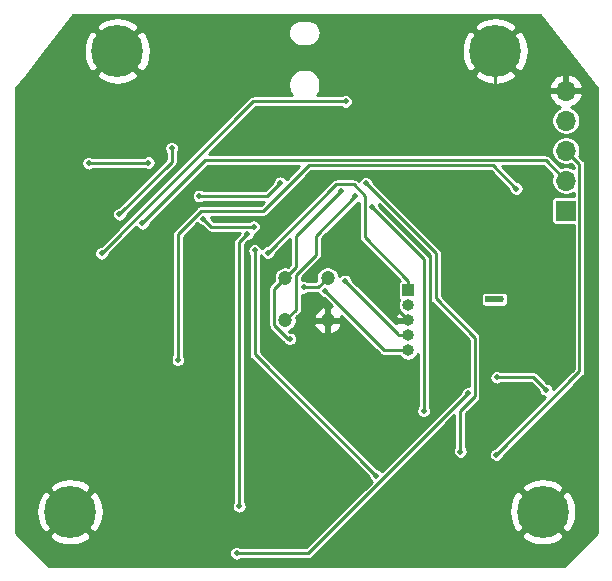
<source format=gbr>
G04 #@! TF.GenerationSoftware,KiCad,Pcbnew,5.1.9*
G04 #@! TF.CreationDate,2021-03-19T09:48:01+01:00*
G04 #@! TF.ProjectId,Y11025HL-WIFI,59313130-3235-4484-9c2d-574946492e6b,rev?*
G04 #@! TF.SameCoordinates,Original*
G04 #@! TF.FileFunction,Copper,L2,Bot*
G04 #@! TF.FilePolarity,Positive*
%FSLAX45Y45*%
G04 Gerber Fmt 4.5, Leading zero omitted, Abs format (unit mm)*
G04 Created by KiCad (PCBNEW 5.1.9) date 2021-03-19 09:48:01*
%MOMM*%
%LPD*%
G01*
G04 APERTURE LIST*
G04 #@! TA.AperFunction,ComponentPad*
%ADD10C,1.200000*%
G04 #@! TD*
G04 #@! TA.AperFunction,ComponentPad*
%ADD11R,1.000000X1.000000*%
G04 #@! TD*
G04 #@! TA.AperFunction,ComponentPad*
%ADD12O,1.000000X1.000000*%
G04 #@! TD*
G04 #@! TA.AperFunction,ComponentPad*
%ADD13C,0.500000*%
G04 #@! TD*
G04 #@! TA.AperFunction,SMDPad,CuDef*
%ADD14R,1.600000X0.500000*%
G04 #@! TD*
G04 #@! TA.AperFunction,ComponentPad*
%ADD15C,4.400000*%
G04 #@! TD*
G04 #@! TA.AperFunction,ComponentPad*
%ADD16R,1.700000X1.700000*%
G04 #@! TD*
G04 #@! TA.AperFunction,ComponentPad*
%ADD17O,1.700000X1.700000*%
G04 #@! TD*
G04 #@! TA.AperFunction,ViaPad*
%ADD18C,0.500000*%
G04 #@! TD*
G04 #@! TA.AperFunction,Conductor*
%ADD19C,0.250000*%
G04 #@! TD*
G04 #@! TA.AperFunction,Conductor*
%ADD20C,0.254000*%
G04 #@! TD*
G04 #@! TA.AperFunction,Conductor*
%ADD21C,0.100000*%
G04 #@! TD*
G04 APERTURE END LIST*
D10*
X9820395Y-9820395D03*
X9820395Y-10179605D03*
X10179605Y-10179605D03*
X10179605Y-9820395D03*
D11*
X10861000Y-9926320D03*
D12*
X10861000Y-10053320D03*
X10861000Y-10180320D03*
X10861000Y-10307320D03*
X10861000Y-10434320D03*
D13*
X11647600Y-10002500D03*
X11537600Y-10002500D03*
D14*
X11592600Y-10002500D03*
D15*
X8000000Y-11800000D03*
X12000000Y-11800000D03*
X11600000Y-7900000D03*
X8400000Y-7900000D03*
D16*
X12197080Y-9250680D03*
D17*
X12197080Y-8996680D03*
X12197080Y-8742680D03*
X12197080Y-8488680D03*
X12197080Y-8234680D03*
D18*
X11960770Y-9915840D03*
X11672230Y-10190750D03*
X11370720Y-11124470D03*
X11434320Y-10247560D03*
X8849360Y-10906320D03*
X8357900Y-10787260D03*
X8580120Y-8986520D03*
X8011160Y-9149080D03*
X11328400Y-8585200D03*
X11607800Y-11455400D03*
X8590280Y-11176000D03*
X10405280Y-9832400D03*
X8417560Y-9281160D03*
X8859520Y-8722360D03*
X10553750Y-9221470D03*
X10993860Y-10947400D03*
X9500590Y-9447670D03*
X9431840Y-11755500D03*
X10416210Y-9130170D03*
X10293270Y-9087420D03*
X9860280Y-10337800D03*
X8158480Y-8849360D03*
X8661400Y-8844280D03*
X9673820Y-9606630D03*
X10326740Y-9847260D03*
X10155180Y-9928040D03*
X10504840Y-9019840D03*
X11303270Y-11292230D03*
X10588980Y-11494120D03*
X9562720Y-9587770D03*
X10333500Y-8326700D03*
X8266550Y-9612350D03*
X8912920Y-10514770D03*
X11777000Y-9064820D03*
X9553990Y-9387210D03*
X9128370Y-9320350D03*
X9778930Y-9016470D03*
X9092900Y-9127250D03*
X9977120Y-9900920D03*
X8612140Y-9359260D03*
X11370380Y-10797740D03*
X9409710Y-12151670D03*
X12029440Y-10769600D03*
X11612880Y-10662920D03*
X11607800Y-11318240D03*
D19*
X11370720Y-11124470D02*
X11473720Y-11021470D01*
X11473720Y-11021470D02*
X11473720Y-10286960D01*
X11473720Y-10286960D02*
X11434320Y-10247560D01*
X11672230Y-10190750D02*
X11947140Y-9915840D01*
X11947140Y-9915840D02*
X11960770Y-9915840D01*
X11672230Y-10190750D02*
X11491130Y-10190750D01*
X11491130Y-10190750D02*
X11434320Y-10247560D01*
X10210270Y-9789730D02*
X10179610Y-9820390D01*
X8849360Y-10906320D02*
X8730300Y-10787260D01*
X8730300Y-10787260D02*
X8357900Y-10787260D01*
X8417560Y-9149080D02*
X8011160Y-9149080D01*
X8580120Y-8986520D02*
X8417560Y-9149080D01*
X11600000Y-8313600D02*
X11328400Y-8585200D01*
X11600000Y-7900000D02*
X11600000Y-8313600D01*
X11655400Y-11455400D02*
X11607800Y-11455400D01*
X12000000Y-11800000D02*
X11655400Y-11455400D01*
X8590280Y-11209720D02*
X8590280Y-11176000D01*
X8000000Y-11800000D02*
X8590280Y-11209720D01*
X10513080Y-9832400D02*
X10861000Y-10180320D01*
X10405280Y-9832400D02*
X10513080Y-9832400D01*
X8859520Y-8839200D02*
X8859520Y-8722360D01*
X8417560Y-9281160D02*
X8859520Y-8839200D01*
X10553750Y-9221470D02*
X10993850Y-9661570D01*
X10993850Y-9661570D02*
X10993850Y-10947400D01*
X10993850Y-10947400D02*
X10993860Y-10947400D01*
X9431840Y-11755500D02*
X9431840Y-9516420D01*
X9431840Y-9516420D02*
X9500590Y-9447670D01*
X10082290Y-9464090D02*
X10416210Y-9130170D01*
X9910895Y-10089105D02*
X9820395Y-10179605D01*
X9910895Y-9794425D02*
X9910895Y-10089105D01*
X10082290Y-9623030D02*
X9910895Y-9794425D01*
X10082290Y-9464090D02*
X10082290Y-9623030D01*
X9912920Y-9467770D02*
X10293270Y-9087420D01*
X9844650Y-10337800D02*
X9860280Y-10337800D01*
X9729895Y-10223045D02*
X9844650Y-10337800D01*
X9729895Y-9910895D02*
X9729895Y-10223045D01*
X9820395Y-9820395D02*
X9729895Y-9910895D01*
X9912920Y-9727870D02*
X9820395Y-9820395D01*
X9912920Y-9467770D02*
X9912920Y-9727870D01*
X8656320Y-8849360D02*
X8661400Y-8844280D01*
X8158480Y-8849360D02*
X8656320Y-8849360D01*
X9673820Y-9606630D02*
X10250880Y-9029570D01*
X10250880Y-9029570D02*
X10399430Y-9029570D01*
X10399430Y-9029570D02*
X10496220Y-9126360D01*
X10496220Y-9126360D02*
X10496220Y-9479010D01*
X10496220Y-9479010D02*
X10861000Y-9843790D01*
X10861000Y-9926320D02*
X10861000Y-9843790D01*
X10861000Y-10307320D02*
X10778470Y-10307320D01*
X10778470Y-10307320D02*
X10778470Y-10298990D01*
X10778470Y-10298990D02*
X10326740Y-9847260D01*
X10861000Y-10434320D02*
X10661460Y-10434320D01*
X10661460Y-10434320D02*
X10155180Y-9928040D01*
X11303270Y-11292230D02*
X11303270Y-10947530D01*
X11303270Y-10947530D02*
X11427920Y-10822880D01*
X11427920Y-10822880D02*
X11427920Y-10327630D01*
X11427920Y-10327630D02*
X11095190Y-9994900D01*
X11095190Y-9994900D02*
X11095190Y-9610190D01*
X11095190Y-9610190D02*
X10504840Y-9019840D01*
X9562720Y-9587770D02*
X9562720Y-10467860D01*
X9562720Y-10467860D02*
X10588980Y-11494120D01*
X8266550Y-9612350D02*
X9552200Y-8326700D01*
X9552200Y-8326700D02*
X10333500Y-8326700D01*
X11777000Y-9064820D02*
X11581130Y-8868950D01*
X11581130Y-8868950D02*
X10020390Y-8868950D01*
X10020390Y-8868950D02*
X9637260Y-9252080D01*
X9637260Y-9252080D02*
X9111030Y-9252080D01*
X9111030Y-9252080D02*
X8912920Y-9450190D01*
X8912920Y-9450190D02*
X8912920Y-10514770D01*
X9128370Y-9320350D02*
X9195230Y-9387210D01*
X9195230Y-9387210D02*
X9553990Y-9387210D01*
X9092900Y-9127250D02*
X9668150Y-9127250D01*
X9668150Y-9127250D02*
X9778930Y-9016470D01*
X10099080Y-9900920D02*
X10179605Y-9820395D01*
X9977120Y-9900920D02*
X10099080Y-9900920D01*
X9145451Y-8825949D02*
X8612140Y-9359260D01*
X12026349Y-8825949D02*
X9145451Y-8825949D01*
X12197080Y-8996680D02*
X12026349Y-8825949D01*
X11370380Y-10797740D02*
X10016450Y-12151670D01*
X10016450Y-12151670D02*
X9409710Y-12151670D01*
X11922760Y-10662920D02*
X11612880Y-10662920D01*
X12029440Y-10769600D02*
X11922760Y-10662920D01*
X12312580Y-10613460D02*
X11607800Y-11318240D01*
X12312580Y-8858180D02*
X12312580Y-10613460D01*
X12197080Y-8742680D02*
X12312580Y-8858180D01*
D20*
X12457300Y-8214523D02*
X12457300Y-11982313D01*
X12182313Y-12257300D01*
X7817687Y-12257300D01*
X7705881Y-12145495D01*
X9347010Y-12145495D01*
X9347010Y-12157845D01*
X9349420Y-12169959D01*
X9354146Y-12181370D01*
X9361008Y-12191639D01*
X9369741Y-12200372D01*
X9380010Y-12207234D01*
X9391421Y-12211960D01*
X9403535Y-12214370D01*
X9415885Y-12214370D01*
X9427999Y-12211960D01*
X9439410Y-12207234D01*
X9447437Y-12201870D01*
X10013986Y-12201870D01*
X10016450Y-12202113D01*
X10018914Y-12201870D01*
X10018915Y-12201870D01*
X10026291Y-12201144D01*
X10035754Y-12198273D01*
X10044475Y-12193612D01*
X10052118Y-12187338D01*
X10053690Y-12185423D01*
X10240136Y-11998977D01*
X11818983Y-11998977D01*
X11842998Y-12037702D01*
X11892388Y-12063764D01*
X11945913Y-12079690D01*
X12001517Y-12084868D01*
X12057063Y-12079098D01*
X12110416Y-12062603D01*
X12157002Y-12037702D01*
X12181017Y-11998977D01*
X12000000Y-11817960D01*
X11818983Y-11998977D01*
X10240136Y-11998977D01*
X10437596Y-11801517D01*
X11715132Y-11801517D01*
X11720902Y-11857063D01*
X11737397Y-11910416D01*
X11762298Y-11957002D01*
X11801022Y-11981017D01*
X11982039Y-11800000D01*
X12017960Y-11800000D01*
X12198977Y-11981017D01*
X12237702Y-11957002D01*
X12263764Y-11907612D01*
X12279690Y-11854087D01*
X12284868Y-11798483D01*
X12279098Y-11742937D01*
X12262603Y-11689584D01*
X12237702Y-11642998D01*
X12198977Y-11618983D01*
X12017960Y-11800000D01*
X11982039Y-11800000D01*
X11801022Y-11618983D01*
X11762298Y-11642998D01*
X11736236Y-11692388D01*
X11720310Y-11745913D01*
X11715132Y-11801517D01*
X10437596Y-11801517D01*
X10638091Y-11601022D01*
X11818983Y-11601022D01*
X12000000Y-11782039D01*
X12181017Y-11601022D01*
X12157002Y-11562298D01*
X12107612Y-11536236D01*
X12054087Y-11520310D01*
X11998483Y-11515132D01*
X11942937Y-11520902D01*
X11889584Y-11537397D01*
X11842998Y-11562298D01*
X11818983Y-11601022D01*
X10638091Y-11601022D01*
X11253070Y-10986044D01*
X11253070Y-11254503D01*
X11247706Y-11262530D01*
X11242979Y-11273941D01*
X11240570Y-11286055D01*
X11240570Y-11298405D01*
X11242979Y-11310519D01*
X11247706Y-11321930D01*
X11254568Y-11332199D01*
X11263301Y-11340932D01*
X11273570Y-11347794D01*
X11284981Y-11352520D01*
X11297095Y-11354930D01*
X11309445Y-11354930D01*
X11321559Y-11352520D01*
X11332970Y-11347794D01*
X11343239Y-11340932D01*
X11351972Y-11332199D01*
X11358834Y-11321930D01*
X11363560Y-11310519D01*
X11365970Y-11298405D01*
X11365970Y-11286055D01*
X11363560Y-11273941D01*
X11358834Y-11262530D01*
X11353470Y-11254503D01*
X11353470Y-10968323D01*
X11461674Y-10860120D01*
X11463588Y-10858548D01*
X11467892Y-10853304D01*
X11469862Y-10850905D01*
X11469862Y-10850905D01*
X11474523Y-10842184D01*
X11477394Y-10832721D01*
X11478120Y-10825345D01*
X11478120Y-10825344D01*
X11478363Y-10822880D01*
X11478120Y-10820416D01*
X11478120Y-10330094D01*
X11478363Y-10327630D01*
X11478120Y-10325166D01*
X11478120Y-10325165D01*
X11477394Y-10317789D01*
X11474523Y-10308326D01*
X11471212Y-10302132D01*
X11469862Y-10299605D01*
X11465160Y-10293876D01*
X11465159Y-10293876D01*
X11463588Y-10291962D01*
X11461674Y-10290391D01*
X11148784Y-9977500D01*
X11474718Y-9977500D01*
X11474718Y-10027500D01*
X11475445Y-10034891D01*
X11477601Y-10041997D01*
X11481102Y-10048546D01*
X11485813Y-10054287D01*
X11491554Y-10058998D01*
X11498103Y-10062499D01*
X11505209Y-10064655D01*
X11512600Y-10065382D01*
X11672600Y-10065382D01*
X11679990Y-10064655D01*
X11687097Y-10062499D01*
X11693646Y-10058998D01*
X11699387Y-10054287D01*
X11704098Y-10048546D01*
X11707599Y-10041997D01*
X11709754Y-10034891D01*
X11710482Y-10027500D01*
X11710482Y-9977500D01*
X11709754Y-9970110D01*
X11707599Y-9963003D01*
X11704098Y-9956454D01*
X11699387Y-9950713D01*
X11693646Y-9946002D01*
X11687097Y-9942501D01*
X11679990Y-9940346D01*
X11672600Y-9939618D01*
X11512600Y-9939618D01*
X11505209Y-9940346D01*
X11498103Y-9942501D01*
X11491554Y-9946002D01*
X11485813Y-9950713D01*
X11481102Y-9956454D01*
X11477601Y-9963003D01*
X11475445Y-9970110D01*
X11474718Y-9977500D01*
X11148784Y-9977500D01*
X11145390Y-9974107D01*
X11145390Y-9612654D01*
X11145633Y-9610190D01*
X11145390Y-9607726D01*
X11145390Y-9607725D01*
X11144664Y-9600349D01*
X11141793Y-9590886D01*
X11138810Y-9585305D01*
X11137132Y-9582165D01*
X11132430Y-9576436D01*
X11132429Y-9576436D01*
X11130858Y-9574522D01*
X11128944Y-9572951D01*
X10567014Y-9011021D01*
X10565131Y-9001551D01*
X10560404Y-8990140D01*
X10553542Y-8979871D01*
X10544809Y-8971138D01*
X10534540Y-8964276D01*
X10523129Y-8959550D01*
X10511015Y-8957140D01*
X10498665Y-8957140D01*
X10486551Y-8959550D01*
X10475140Y-8964276D01*
X10464871Y-8971138D01*
X10456138Y-8979871D01*
X10449276Y-8990140D01*
X10444550Y-9001551D01*
X10444194Y-9003340D01*
X10436670Y-8995817D01*
X10435098Y-8993902D01*
X10427455Y-8987628D01*
X10418734Y-8982967D01*
X10409271Y-8980096D01*
X10401895Y-8979370D01*
X10401894Y-8979370D01*
X10399430Y-8979127D01*
X10396966Y-8979370D01*
X10253344Y-8979370D01*
X10250880Y-8979127D01*
X10248416Y-8979370D01*
X10248415Y-8979370D01*
X10241039Y-8980096D01*
X10231576Y-8982967D01*
X10227517Y-8985137D01*
X10222855Y-8987628D01*
X10217126Y-8992330D01*
X10217126Y-8992331D01*
X10215212Y-8993902D01*
X10213641Y-8995816D01*
X9665001Y-9544456D01*
X9655531Y-9546340D01*
X9644120Y-9551066D01*
X9633851Y-9557928D01*
X9625118Y-9566661D01*
X9623062Y-9569738D01*
X9623011Y-9569481D01*
X9618284Y-9558070D01*
X9611422Y-9547801D01*
X9602689Y-9539068D01*
X9592420Y-9532206D01*
X9581009Y-9527480D01*
X9568895Y-9525070D01*
X9556545Y-9525070D01*
X9544431Y-9527480D01*
X9533020Y-9532206D01*
X9522751Y-9539068D01*
X9514018Y-9547801D01*
X9507156Y-9558070D01*
X9502430Y-9569481D01*
X9500020Y-9581595D01*
X9500020Y-9593945D01*
X9502430Y-9606059D01*
X9507156Y-9617470D01*
X9512520Y-9625497D01*
X9512520Y-10465395D01*
X9512277Y-10467860D01*
X9513247Y-10477701D01*
X9516117Y-10487164D01*
X9520778Y-10495885D01*
X9525480Y-10501614D01*
X9525480Y-10501614D01*
X9527052Y-10503528D01*
X9528966Y-10505100D01*
X10526806Y-11502939D01*
X10528690Y-11512409D01*
X10533416Y-11523820D01*
X10540278Y-11534089D01*
X10549011Y-11542822D01*
X10552184Y-11544942D01*
X9995657Y-12101470D01*
X9447437Y-12101470D01*
X9439410Y-12096106D01*
X9427999Y-12091379D01*
X9415885Y-12088970D01*
X9403535Y-12088970D01*
X9391421Y-12091379D01*
X9380010Y-12096106D01*
X9369741Y-12102968D01*
X9361008Y-12111701D01*
X9354146Y-12121970D01*
X9349420Y-12133381D01*
X9347010Y-12145495D01*
X7705881Y-12145495D01*
X7559364Y-11998977D01*
X7818983Y-11998977D01*
X7842998Y-12037702D01*
X7892388Y-12063764D01*
X7945913Y-12079690D01*
X8001517Y-12084868D01*
X8057063Y-12079098D01*
X8110416Y-12062603D01*
X8157002Y-12037702D01*
X8181017Y-11998977D01*
X8000000Y-11817960D01*
X7818983Y-11998977D01*
X7559364Y-11998977D01*
X7542700Y-11982313D01*
X7542700Y-11801517D01*
X7715132Y-11801517D01*
X7720902Y-11857063D01*
X7737397Y-11910416D01*
X7762298Y-11957002D01*
X7801022Y-11981017D01*
X7982039Y-11800000D01*
X8017960Y-11800000D01*
X8198977Y-11981017D01*
X8237702Y-11957002D01*
X8263764Y-11907612D01*
X8279690Y-11854087D01*
X8284868Y-11798483D01*
X8279098Y-11742937D01*
X8262603Y-11689584D01*
X8237702Y-11642998D01*
X8198977Y-11618983D01*
X8017960Y-11800000D01*
X7982039Y-11800000D01*
X7801022Y-11618983D01*
X7762298Y-11642998D01*
X7736236Y-11692388D01*
X7720310Y-11745913D01*
X7715132Y-11801517D01*
X7542700Y-11801517D01*
X7542700Y-11601022D01*
X7818983Y-11601022D01*
X8000000Y-11782039D01*
X8181017Y-11601022D01*
X8157002Y-11562298D01*
X8107612Y-11536236D01*
X8054087Y-11520310D01*
X7998483Y-11515132D01*
X7942937Y-11520902D01*
X7889584Y-11537397D01*
X7842998Y-11562298D01*
X7818983Y-11601022D01*
X7542700Y-11601022D01*
X7542700Y-9606175D01*
X8203850Y-9606175D01*
X8203850Y-9618525D01*
X8206259Y-9630639D01*
X8210986Y-9642050D01*
X8217848Y-9652319D01*
X8226581Y-9661052D01*
X8236850Y-9667914D01*
X8248261Y-9672641D01*
X8260375Y-9675050D01*
X8272725Y-9675050D01*
X8284839Y-9672641D01*
X8296250Y-9667914D01*
X8306519Y-9661052D01*
X8315252Y-9652319D01*
X8322114Y-9642050D01*
X8326840Y-9630639D01*
X8328724Y-9621169D01*
X8558322Y-9391572D01*
X8563438Y-9399229D01*
X8572171Y-9407962D01*
X8582440Y-9414824D01*
X8593851Y-9419551D01*
X8605965Y-9421960D01*
X8618315Y-9421960D01*
X8630429Y-9419551D01*
X8641840Y-9414824D01*
X8652109Y-9407962D01*
X8660842Y-9399229D01*
X8667704Y-9388960D01*
X8672431Y-9377549D01*
X8674314Y-9368079D01*
X9166245Y-8876149D01*
X9942198Y-8876149D01*
X9833325Y-8985021D01*
X9827632Y-8976501D01*
X9818899Y-8967768D01*
X9808630Y-8960906D01*
X9797219Y-8956180D01*
X9785105Y-8953770D01*
X9772755Y-8953770D01*
X9760641Y-8956180D01*
X9749230Y-8960906D01*
X9738961Y-8967768D01*
X9730228Y-8976501D01*
X9723366Y-8986770D01*
X9718640Y-8998181D01*
X9716756Y-9007651D01*
X9647357Y-9077050D01*
X9130627Y-9077050D01*
X9122600Y-9071686D01*
X9111189Y-9066960D01*
X9099075Y-9064550D01*
X9086725Y-9064550D01*
X9074611Y-9066960D01*
X9063200Y-9071686D01*
X9052931Y-9078548D01*
X9044198Y-9087281D01*
X9037336Y-9097550D01*
X9032610Y-9108961D01*
X9030200Y-9121075D01*
X9030200Y-9133425D01*
X9032610Y-9145539D01*
X9037336Y-9156950D01*
X9044198Y-9167219D01*
X9052931Y-9175952D01*
X9063200Y-9182814D01*
X9074611Y-9187541D01*
X9086725Y-9189950D01*
X9099075Y-9189950D01*
X9111189Y-9187541D01*
X9122600Y-9182814D01*
X9130627Y-9177450D01*
X9640897Y-9177450D01*
X9616467Y-9201880D01*
X9113494Y-9201880D01*
X9111030Y-9201637D01*
X9108566Y-9201880D01*
X9108565Y-9201880D01*
X9101189Y-9202606D01*
X9091726Y-9205477D01*
X9083006Y-9210138D01*
X9075362Y-9216412D01*
X9073790Y-9218326D01*
X8879167Y-9412950D01*
X8877252Y-9414522D01*
X8870978Y-9422166D01*
X8866317Y-9430887D01*
X8863446Y-9440349D01*
X8862720Y-9447725D01*
X8862720Y-9447726D01*
X8862477Y-9450190D01*
X8862720Y-9452654D01*
X8862720Y-10477042D01*
X8857356Y-10485070D01*
X8852630Y-10496481D01*
X8850220Y-10508595D01*
X8850220Y-10520945D01*
X8852630Y-10533059D01*
X8857356Y-10544470D01*
X8864218Y-10554739D01*
X8872951Y-10563472D01*
X8883220Y-10570334D01*
X8894631Y-10575061D01*
X8906745Y-10577470D01*
X8919095Y-10577470D01*
X8931209Y-10575061D01*
X8942620Y-10570334D01*
X8952889Y-10563472D01*
X8961622Y-10554739D01*
X8968484Y-10544470D01*
X8973211Y-10533059D01*
X8975620Y-10520945D01*
X8975620Y-10508595D01*
X8973211Y-10496481D01*
X8968484Y-10485070D01*
X8963120Y-10477043D01*
X8963120Y-9470983D01*
X9077311Y-9356792D01*
X9079668Y-9360319D01*
X9088401Y-9369052D01*
X9098670Y-9375914D01*
X9110081Y-9380641D01*
X9119551Y-9382524D01*
X9157990Y-9420964D01*
X9159562Y-9422878D01*
X9167206Y-9429152D01*
X9175926Y-9433813D01*
X9185389Y-9436684D01*
X9192765Y-9437410D01*
X9192766Y-9437410D01*
X9195230Y-9437653D01*
X9197694Y-9437410D01*
X9438703Y-9437410D01*
X9438416Y-9438851D01*
X9398086Y-9479180D01*
X9396172Y-9480752D01*
X9394600Y-9482666D01*
X9394600Y-9482667D01*
X9389898Y-9488396D01*
X9385237Y-9497116D01*
X9382367Y-9506579D01*
X9381397Y-9516420D01*
X9381640Y-9518885D01*
X9381640Y-11717773D01*
X9376276Y-11725800D01*
X9371550Y-11737211D01*
X9369140Y-11749325D01*
X9369140Y-11761675D01*
X9371550Y-11773789D01*
X9376276Y-11785200D01*
X9383138Y-11795469D01*
X9391871Y-11804202D01*
X9402140Y-11811064D01*
X9413551Y-11815790D01*
X9425665Y-11818200D01*
X9438015Y-11818200D01*
X9450129Y-11815790D01*
X9461540Y-11811064D01*
X9471809Y-11804202D01*
X9480542Y-11795469D01*
X9487404Y-11785200D01*
X9492131Y-11773789D01*
X9494540Y-11761675D01*
X9494540Y-11749325D01*
X9492131Y-11737211D01*
X9487404Y-11725800D01*
X9482040Y-11717773D01*
X9482040Y-9537213D01*
X9509410Y-9509844D01*
X9518879Y-9507961D01*
X9530290Y-9503234D01*
X9540559Y-9496372D01*
X9549292Y-9487639D01*
X9556154Y-9477370D01*
X9560881Y-9465959D01*
X9563290Y-9453845D01*
X9563290Y-9449289D01*
X9572279Y-9447501D01*
X9583690Y-9442774D01*
X9593959Y-9435912D01*
X9602692Y-9427179D01*
X9609554Y-9416910D01*
X9614281Y-9405499D01*
X9616690Y-9393385D01*
X9616690Y-9381035D01*
X9614281Y-9368921D01*
X9609554Y-9357510D01*
X9602692Y-9347241D01*
X9593959Y-9338508D01*
X9583690Y-9331646D01*
X9572279Y-9326920D01*
X9560165Y-9324510D01*
X9547815Y-9324510D01*
X9535701Y-9326920D01*
X9524290Y-9331646D01*
X9516263Y-9337010D01*
X9216024Y-9337010D01*
X9190544Y-9311531D01*
X9188704Y-9302280D01*
X9634796Y-9302280D01*
X9637260Y-9302523D01*
X9639724Y-9302280D01*
X9639725Y-9302280D01*
X9647101Y-9301554D01*
X9656564Y-9298683D01*
X9665285Y-9294022D01*
X9672928Y-9287748D01*
X9674500Y-9285833D01*
X10041184Y-8919150D01*
X11560337Y-8919150D01*
X11714826Y-9073639D01*
X11716709Y-9083109D01*
X11721436Y-9094520D01*
X11728298Y-9104789D01*
X11737031Y-9113522D01*
X11747300Y-9120384D01*
X11758711Y-9125111D01*
X11770825Y-9127520D01*
X11783175Y-9127520D01*
X11795289Y-9125111D01*
X11806700Y-9120384D01*
X11816969Y-9113522D01*
X11825702Y-9104789D01*
X11832564Y-9094520D01*
X11837290Y-9083109D01*
X11839700Y-9070995D01*
X11839700Y-9058645D01*
X11837290Y-9046531D01*
X11832564Y-9035120D01*
X11825702Y-9024851D01*
X11816969Y-9016118D01*
X11806700Y-9009256D01*
X11795289Y-9004530D01*
X11785819Y-9002646D01*
X11659322Y-8876149D01*
X12005556Y-8876149D01*
X12082376Y-8952969D01*
X12079095Y-8960890D01*
X12074380Y-8984595D01*
X12074380Y-9008765D01*
X12079095Y-9032470D01*
X12088345Y-9054800D01*
X12101773Y-9074897D01*
X12118863Y-9091987D01*
X12138960Y-9105415D01*
X12161290Y-9114665D01*
X12184995Y-9119380D01*
X12209165Y-9119380D01*
X12232870Y-9114665D01*
X12255200Y-9105415D01*
X12262380Y-9100618D01*
X12262380Y-9127798D01*
X12112080Y-9127798D01*
X12104689Y-9128526D01*
X12097583Y-9130681D01*
X12091034Y-9134182D01*
X12085293Y-9138893D01*
X12080582Y-9144634D01*
X12077081Y-9151183D01*
X12074925Y-9158290D01*
X12074198Y-9165680D01*
X12074198Y-9335680D01*
X12074925Y-9343071D01*
X12077081Y-9350177D01*
X12080582Y-9356726D01*
X12085293Y-9362467D01*
X12091034Y-9367178D01*
X12097583Y-9370679D01*
X12104689Y-9372835D01*
X12112080Y-9373562D01*
X12262380Y-9373562D01*
X12262380Y-10592666D01*
X12092054Y-10762992D01*
X12089730Y-10751311D01*
X12085004Y-10739900D01*
X12078142Y-10729631D01*
X12069409Y-10720898D01*
X12059140Y-10714036D01*
X12047729Y-10709310D01*
X12038259Y-10707426D01*
X11960000Y-10629167D01*
X11958428Y-10627252D01*
X11950784Y-10620978D01*
X11942064Y-10616317D01*
X11932601Y-10613446D01*
X11925225Y-10612720D01*
X11925224Y-10612720D01*
X11922760Y-10612477D01*
X11920296Y-10612720D01*
X11650607Y-10612720D01*
X11642580Y-10607356D01*
X11631169Y-10602630D01*
X11619055Y-10600220D01*
X11606705Y-10600220D01*
X11594591Y-10602630D01*
X11583180Y-10607356D01*
X11572911Y-10614218D01*
X11564178Y-10622951D01*
X11557316Y-10633220D01*
X11552589Y-10644631D01*
X11550180Y-10656745D01*
X11550180Y-10669095D01*
X11552589Y-10681209D01*
X11557316Y-10692620D01*
X11564178Y-10702889D01*
X11572911Y-10711622D01*
X11583180Y-10718484D01*
X11594591Y-10723211D01*
X11606705Y-10725620D01*
X11619055Y-10725620D01*
X11631169Y-10723211D01*
X11642580Y-10718484D01*
X11650607Y-10713120D01*
X11901967Y-10713120D01*
X11967266Y-10778419D01*
X11969149Y-10787889D01*
X11973876Y-10799300D01*
X11980738Y-10809569D01*
X11989471Y-10818302D01*
X11999740Y-10825164D01*
X12011151Y-10829891D01*
X12022832Y-10832214D01*
X11598981Y-11256066D01*
X11589511Y-11257949D01*
X11578100Y-11262676D01*
X11567831Y-11269538D01*
X11559098Y-11278271D01*
X11552236Y-11288540D01*
X11547509Y-11299951D01*
X11545100Y-11312065D01*
X11545100Y-11324415D01*
X11547509Y-11336529D01*
X11552236Y-11347940D01*
X11559098Y-11358209D01*
X11567831Y-11366942D01*
X11578100Y-11373804D01*
X11589511Y-11378530D01*
X11601625Y-11380940D01*
X11613975Y-11380940D01*
X11626089Y-11378530D01*
X11637500Y-11373804D01*
X11647769Y-11366942D01*
X11656502Y-11358209D01*
X11663364Y-11347940D01*
X11668090Y-11336529D01*
X11669974Y-11327059D01*
X12346334Y-10650699D01*
X12348248Y-10649128D01*
X12349819Y-10647214D01*
X12349820Y-10647214D01*
X12354522Y-10641485D01*
X12358044Y-10634896D01*
X12359183Y-10632764D01*
X12362054Y-10623301D01*
X12362780Y-10615925D01*
X12362780Y-10615924D01*
X12363023Y-10613460D01*
X12362780Y-10610996D01*
X12362780Y-8860644D01*
X12363023Y-8858180D01*
X12362780Y-8855716D01*
X12362780Y-8855715D01*
X12362054Y-8848339D01*
X12359183Y-8838877D01*
X12354522Y-8830156D01*
X12348248Y-8822512D01*
X12346334Y-8820940D01*
X12311784Y-8786391D01*
X12315065Y-8778470D01*
X12319780Y-8754765D01*
X12319780Y-8730595D01*
X12315065Y-8706890D01*
X12305815Y-8684560D01*
X12292387Y-8664463D01*
X12275297Y-8647373D01*
X12255200Y-8633945D01*
X12232870Y-8624695D01*
X12209165Y-8619980D01*
X12184995Y-8619980D01*
X12161290Y-8624695D01*
X12138960Y-8633945D01*
X12118863Y-8647373D01*
X12101773Y-8664463D01*
X12088345Y-8684560D01*
X12079095Y-8706890D01*
X12074380Y-8730595D01*
X12074380Y-8754765D01*
X12079095Y-8778470D01*
X12088345Y-8800800D01*
X12101773Y-8820897D01*
X12118863Y-8837987D01*
X12138960Y-8851415D01*
X12161290Y-8860665D01*
X12184995Y-8865380D01*
X12209165Y-8865380D01*
X12232870Y-8860665D01*
X12240790Y-8857384D01*
X12262380Y-8878974D01*
X12262380Y-8892742D01*
X12255200Y-8887945D01*
X12232870Y-8878695D01*
X12209165Y-8873980D01*
X12184995Y-8873980D01*
X12161290Y-8878695D01*
X12153369Y-8881976D01*
X12063589Y-8792196D01*
X12062017Y-8790281D01*
X12054373Y-8784007D01*
X12045653Y-8779346D01*
X12036190Y-8776475D01*
X12028814Y-8775749D01*
X12028813Y-8775749D01*
X12026349Y-8775506D01*
X12023885Y-8775749D01*
X9174145Y-8775749D01*
X9572994Y-8376900D01*
X10295773Y-8376900D01*
X10303800Y-8382264D01*
X10315211Y-8386990D01*
X10327325Y-8389400D01*
X10339675Y-8389400D01*
X10351789Y-8386990D01*
X10363200Y-8382264D01*
X10373469Y-8375402D01*
X10382202Y-8366669D01*
X10389064Y-8356400D01*
X10393791Y-8344989D01*
X10396200Y-8332875D01*
X10396200Y-8320525D01*
X10393791Y-8308411D01*
X10389064Y-8297000D01*
X10382202Y-8286731D01*
X10373469Y-8277998D01*
X10363200Y-8271136D01*
X10361348Y-8270369D01*
X12052932Y-8270369D01*
X12057397Y-8285090D01*
X12069916Y-8311372D01*
X12087321Y-8334707D01*
X12108944Y-8354198D01*
X12133955Y-8369096D01*
X12150760Y-8375057D01*
X12138960Y-8379945D01*
X12118863Y-8393373D01*
X12101773Y-8410463D01*
X12088345Y-8430560D01*
X12079095Y-8452890D01*
X12074380Y-8476595D01*
X12074380Y-8500765D01*
X12079095Y-8524470D01*
X12088345Y-8546800D01*
X12101773Y-8566897D01*
X12118863Y-8583987D01*
X12138960Y-8597415D01*
X12161290Y-8606665D01*
X12184995Y-8611380D01*
X12209165Y-8611380D01*
X12232870Y-8606665D01*
X12255200Y-8597415D01*
X12275297Y-8583987D01*
X12292387Y-8566897D01*
X12305815Y-8546800D01*
X12315065Y-8524470D01*
X12319780Y-8500765D01*
X12319780Y-8476595D01*
X12315065Y-8452890D01*
X12305815Y-8430560D01*
X12292387Y-8410463D01*
X12275297Y-8393373D01*
X12255200Y-8379945D01*
X12243400Y-8375057D01*
X12260205Y-8369096D01*
X12285215Y-8354198D01*
X12306839Y-8334707D01*
X12324244Y-8311372D01*
X12336762Y-8285090D01*
X12341228Y-8270369D01*
X12329095Y-8247380D01*
X12209780Y-8247380D01*
X12209780Y-8249380D01*
X12184380Y-8249380D01*
X12184380Y-8247380D01*
X12065064Y-8247380D01*
X12052932Y-8270369D01*
X10361348Y-8270369D01*
X10351789Y-8266409D01*
X10339675Y-8264000D01*
X10327325Y-8264000D01*
X10315211Y-8266409D01*
X10303800Y-8271136D01*
X10295773Y-8276500D01*
X10086997Y-8276500D01*
X10089159Y-8274339D01*
X10104228Y-8251785D01*
X10114608Y-8226726D01*
X10119900Y-8200122D01*
X10119900Y-8198991D01*
X12052932Y-8198991D01*
X12065064Y-8221980D01*
X12184380Y-8221980D01*
X12184380Y-8102599D01*
X12209780Y-8102599D01*
X12209780Y-8221980D01*
X12329095Y-8221980D01*
X12341228Y-8198991D01*
X12336762Y-8184270D01*
X12324244Y-8157988D01*
X12306839Y-8134653D01*
X12285215Y-8115162D01*
X12260205Y-8100264D01*
X12232769Y-8090532D01*
X12209780Y-8102599D01*
X12184380Y-8102599D01*
X12161391Y-8090532D01*
X12133955Y-8100264D01*
X12108944Y-8115162D01*
X12087321Y-8134653D01*
X12069916Y-8157988D01*
X12057397Y-8184270D01*
X12052932Y-8198991D01*
X10119900Y-8198991D01*
X10119900Y-8172998D01*
X10114608Y-8146394D01*
X10104228Y-8121335D01*
X10089290Y-8098977D01*
X11418983Y-8098977D01*
X11442998Y-8137702D01*
X11492388Y-8163764D01*
X11545913Y-8179690D01*
X11601517Y-8184868D01*
X11657063Y-8179098D01*
X11710416Y-8162603D01*
X11757002Y-8137702D01*
X11781017Y-8098977D01*
X11600000Y-7917960D01*
X11418983Y-8098977D01*
X10089290Y-8098977D01*
X10089159Y-8098781D01*
X10069979Y-8079601D01*
X10047425Y-8064532D01*
X10022366Y-8054152D01*
X9995762Y-8048860D01*
X9968638Y-8048860D01*
X9942034Y-8054152D01*
X9916975Y-8064532D01*
X9894421Y-8079601D01*
X9875241Y-8098781D01*
X9860172Y-8121335D01*
X9849792Y-8146394D01*
X9844500Y-8172998D01*
X9844500Y-8200122D01*
X9849792Y-8226726D01*
X9860172Y-8251785D01*
X9875241Y-8274339D01*
X9877403Y-8276500D01*
X9554664Y-8276500D01*
X9552200Y-8276257D01*
X9549736Y-8276500D01*
X9549735Y-8276500D01*
X9542359Y-8277226D01*
X9532896Y-8280097D01*
X9528837Y-8282267D01*
X9524175Y-8284758D01*
X9518446Y-8289460D01*
X9518446Y-8289461D01*
X9516532Y-8291032D01*
X9514961Y-8292946D01*
X8257731Y-9550176D01*
X8248261Y-9552060D01*
X8236850Y-9556786D01*
X8226581Y-9563648D01*
X8217848Y-9572381D01*
X8210986Y-9582650D01*
X8206259Y-9594061D01*
X8203850Y-9606175D01*
X7542700Y-9606175D01*
X7542700Y-9274985D01*
X8354860Y-9274985D01*
X8354860Y-9287335D01*
X8357269Y-9299449D01*
X8361996Y-9310860D01*
X8368858Y-9321129D01*
X8377591Y-9329862D01*
X8387860Y-9336724D01*
X8399271Y-9341451D01*
X8411385Y-9343860D01*
X8423735Y-9343860D01*
X8435849Y-9341451D01*
X8447260Y-9336724D01*
X8457529Y-9329862D01*
X8466262Y-9321129D01*
X8473124Y-9310860D01*
X8477851Y-9299449D01*
X8479734Y-9289979D01*
X8893274Y-8876440D01*
X8895188Y-8874868D01*
X8901462Y-8867225D01*
X8906123Y-8858504D01*
X8908994Y-8849041D01*
X8909720Y-8841665D01*
X8909720Y-8841664D01*
X8909963Y-8839200D01*
X8909720Y-8836736D01*
X8909720Y-8760087D01*
X8915084Y-8752060D01*
X8919811Y-8740649D01*
X8922220Y-8728535D01*
X8922220Y-8716185D01*
X8919811Y-8704071D01*
X8915084Y-8692660D01*
X8908222Y-8682391D01*
X8899489Y-8673658D01*
X8889220Y-8666796D01*
X8877809Y-8662070D01*
X8865695Y-8659660D01*
X8853345Y-8659660D01*
X8841231Y-8662070D01*
X8829820Y-8666796D01*
X8819551Y-8673658D01*
X8810818Y-8682391D01*
X8803956Y-8692660D01*
X8799230Y-8704071D01*
X8796820Y-8716185D01*
X8796820Y-8728535D01*
X8799230Y-8740649D01*
X8803956Y-8752060D01*
X8809320Y-8760088D01*
X8809320Y-8818407D01*
X8408741Y-9218986D01*
X8399271Y-9220870D01*
X8387860Y-9225596D01*
X8377591Y-9232458D01*
X8368858Y-9241191D01*
X8361996Y-9251460D01*
X8357269Y-9262871D01*
X8354860Y-9274985D01*
X7542700Y-9274985D01*
X7542700Y-8843185D01*
X8095780Y-8843185D01*
X8095780Y-8855535D01*
X8098189Y-8867649D01*
X8102916Y-8879060D01*
X8109778Y-8889329D01*
X8118511Y-8898062D01*
X8128780Y-8904924D01*
X8140191Y-8909651D01*
X8152305Y-8912060D01*
X8164655Y-8912060D01*
X8176769Y-8909651D01*
X8188180Y-8904924D01*
X8196207Y-8899560D01*
X8631275Y-8899560D01*
X8631700Y-8899844D01*
X8643111Y-8904571D01*
X8655225Y-8906980D01*
X8667575Y-8906980D01*
X8679689Y-8904571D01*
X8691100Y-8899844D01*
X8701369Y-8892982D01*
X8710102Y-8884249D01*
X8716964Y-8873980D01*
X8721691Y-8862569D01*
X8724100Y-8850455D01*
X8724100Y-8838105D01*
X8721691Y-8825991D01*
X8716964Y-8814580D01*
X8710102Y-8804311D01*
X8701369Y-8795578D01*
X8691100Y-8788716D01*
X8679689Y-8783990D01*
X8667575Y-8781580D01*
X8655225Y-8781580D01*
X8643111Y-8783990D01*
X8631700Y-8788716D01*
X8621431Y-8795578D01*
X8617849Y-8799160D01*
X8196207Y-8799160D01*
X8188180Y-8793796D01*
X8176769Y-8789070D01*
X8164655Y-8786660D01*
X8152305Y-8786660D01*
X8140191Y-8789070D01*
X8128780Y-8793796D01*
X8118511Y-8800658D01*
X8109778Y-8809391D01*
X8102916Y-8819660D01*
X8098189Y-8831071D01*
X8095780Y-8843185D01*
X7542700Y-8843185D01*
X7542700Y-8214523D01*
X7631581Y-8098977D01*
X8218983Y-8098977D01*
X8242998Y-8137702D01*
X8292388Y-8163764D01*
X8345913Y-8179690D01*
X8401517Y-8184868D01*
X8457063Y-8179098D01*
X8510416Y-8162603D01*
X8557002Y-8137702D01*
X8581017Y-8098977D01*
X8400000Y-7917960D01*
X8218983Y-8098977D01*
X7631581Y-8098977D01*
X7783474Y-7901517D01*
X8115132Y-7901517D01*
X8120902Y-7957063D01*
X8137397Y-8010416D01*
X8162298Y-8057002D01*
X8201022Y-8081017D01*
X8382039Y-7900000D01*
X8417961Y-7900000D01*
X8598978Y-8081017D01*
X8637702Y-8057002D01*
X8663764Y-8007612D01*
X8679690Y-7954087D01*
X8684585Y-7901517D01*
X11315132Y-7901517D01*
X11320902Y-7957063D01*
X11337397Y-8010416D01*
X11362298Y-8057002D01*
X11401022Y-8081017D01*
X11582039Y-7900000D01*
X11617960Y-7900000D01*
X11798977Y-8081017D01*
X11837702Y-8057002D01*
X11863764Y-8007612D01*
X11879690Y-7954087D01*
X11884868Y-7898483D01*
X11879098Y-7842937D01*
X11862603Y-7789584D01*
X11837702Y-7742998D01*
X11798977Y-7718983D01*
X11617960Y-7900000D01*
X11582039Y-7900000D01*
X11401022Y-7718983D01*
X11362298Y-7742998D01*
X11336236Y-7792388D01*
X11320310Y-7845913D01*
X11315132Y-7901517D01*
X8684585Y-7901517D01*
X8684868Y-7898483D01*
X8679098Y-7842937D01*
X8662603Y-7789584D01*
X8639606Y-7746560D01*
X9843955Y-7746560D01*
X9846131Y-7768653D01*
X9852575Y-7789897D01*
X9863040Y-7809476D01*
X9877124Y-7826636D01*
X9894284Y-7840720D01*
X9913863Y-7851185D01*
X9935107Y-7857629D01*
X9951664Y-7859260D01*
X10012737Y-7859260D01*
X10029293Y-7857629D01*
X10050537Y-7851185D01*
X10070116Y-7840720D01*
X10087277Y-7826636D01*
X10101360Y-7809476D01*
X10111825Y-7789897D01*
X10118269Y-7768653D01*
X10120445Y-7746560D01*
X10118269Y-7724467D01*
X10111825Y-7703223D01*
X10110649Y-7701022D01*
X11418983Y-7701022D01*
X11600000Y-7882039D01*
X11781017Y-7701022D01*
X11757002Y-7662298D01*
X11707612Y-7636236D01*
X11654087Y-7620310D01*
X11598483Y-7615132D01*
X11542937Y-7620902D01*
X11489584Y-7637397D01*
X11442998Y-7662298D01*
X11418983Y-7701022D01*
X10110649Y-7701022D01*
X10101360Y-7683644D01*
X10087277Y-7666483D01*
X10070116Y-7652400D01*
X10050537Y-7641935D01*
X10029293Y-7635491D01*
X10012737Y-7633860D01*
X9951664Y-7633860D01*
X9935107Y-7635491D01*
X9913863Y-7641935D01*
X9894284Y-7652400D01*
X9877124Y-7666483D01*
X9863040Y-7683644D01*
X9852575Y-7703223D01*
X9846131Y-7724467D01*
X9843955Y-7746560D01*
X8639606Y-7746560D01*
X8637702Y-7742998D01*
X8598978Y-7718983D01*
X8417961Y-7900000D01*
X8382039Y-7900000D01*
X8201022Y-7718983D01*
X8162298Y-7742998D01*
X8136236Y-7792388D01*
X8120310Y-7845913D01*
X8115132Y-7901517D01*
X7783474Y-7901517D01*
X7937700Y-7701022D01*
X8218983Y-7701022D01*
X8400000Y-7882039D01*
X8581017Y-7701022D01*
X8557002Y-7662298D01*
X8507612Y-7636236D01*
X8454087Y-7620310D01*
X8398483Y-7615132D01*
X8342937Y-7620902D01*
X8289584Y-7637397D01*
X8242998Y-7662298D01*
X8218983Y-7701022D01*
X7937700Y-7701022D01*
X8021026Y-7592700D01*
X11978975Y-7592700D01*
X12457300Y-8214523D01*
G04 #@! TA.AperFunction,Conductor*
D21*
G36*
X12457300Y-8214523D02*
G01*
X12457300Y-11982313D01*
X12182313Y-12257300D01*
X7817687Y-12257300D01*
X7705881Y-12145495D01*
X9347010Y-12145495D01*
X9347010Y-12157845D01*
X9349420Y-12169959D01*
X9354146Y-12181370D01*
X9361008Y-12191639D01*
X9369741Y-12200372D01*
X9380010Y-12207234D01*
X9391421Y-12211960D01*
X9403535Y-12214370D01*
X9415885Y-12214370D01*
X9427999Y-12211960D01*
X9439410Y-12207234D01*
X9447437Y-12201870D01*
X10013986Y-12201870D01*
X10016450Y-12202113D01*
X10018914Y-12201870D01*
X10018915Y-12201870D01*
X10026291Y-12201144D01*
X10035754Y-12198273D01*
X10044475Y-12193612D01*
X10052118Y-12187338D01*
X10053690Y-12185423D01*
X10240136Y-11998977D01*
X11818983Y-11998977D01*
X11842998Y-12037702D01*
X11892388Y-12063764D01*
X11945913Y-12079690D01*
X12001517Y-12084868D01*
X12057063Y-12079098D01*
X12110416Y-12062603D01*
X12157002Y-12037702D01*
X12181017Y-11998977D01*
X12000000Y-11817960D01*
X11818983Y-11998977D01*
X10240136Y-11998977D01*
X10437596Y-11801517D01*
X11715132Y-11801517D01*
X11720902Y-11857063D01*
X11737397Y-11910416D01*
X11762298Y-11957002D01*
X11801022Y-11981017D01*
X11982039Y-11800000D01*
X12017960Y-11800000D01*
X12198977Y-11981017D01*
X12237702Y-11957002D01*
X12263764Y-11907612D01*
X12279690Y-11854087D01*
X12284868Y-11798483D01*
X12279098Y-11742937D01*
X12262603Y-11689584D01*
X12237702Y-11642998D01*
X12198977Y-11618983D01*
X12017960Y-11800000D01*
X11982039Y-11800000D01*
X11801022Y-11618983D01*
X11762298Y-11642998D01*
X11736236Y-11692388D01*
X11720310Y-11745913D01*
X11715132Y-11801517D01*
X10437596Y-11801517D01*
X10638091Y-11601022D01*
X11818983Y-11601022D01*
X12000000Y-11782039D01*
X12181017Y-11601022D01*
X12157002Y-11562298D01*
X12107612Y-11536236D01*
X12054087Y-11520310D01*
X11998483Y-11515132D01*
X11942937Y-11520902D01*
X11889584Y-11537397D01*
X11842998Y-11562298D01*
X11818983Y-11601022D01*
X10638091Y-11601022D01*
X11253070Y-10986044D01*
X11253070Y-11254503D01*
X11247706Y-11262530D01*
X11242979Y-11273941D01*
X11240570Y-11286055D01*
X11240570Y-11298405D01*
X11242979Y-11310519D01*
X11247706Y-11321930D01*
X11254568Y-11332199D01*
X11263301Y-11340932D01*
X11273570Y-11347794D01*
X11284981Y-11352520D01*
X11297095Y-11354930D01*
X11309445Y-11354930D01*
X11321559Y-11352520D01*
X11332970Y-11347794D01*
X11343239Y-11340932D01*
X11351972Y-11332199D01*
X11358834Y-11321930D01*
X11363560Y-11310519D01*
X11365970Y-11298405D01*
X11365970Y-11286055D01*
X11363560Y-11273941D01*
X11358834Y-11262530D01*
X11353470Y-11254503D01*
X11353470Y-10968323D01*
X11461674Y-10860120D01*
X11463588Y-10858548D01*
X11467892Y-10853304D01*
X11469862Y-10850905D01*
X11469862Y-10850905D01*
X11474523Y-10842184D01*
X11477394Y-10832721D01*
X11478120Y-10825345D01*
X11478120Y-10825344D01*
X11478363Y-10822880D01*
X11478120Y-10820416D01*
X11478120Y-10330094D01*
X11478363Y-10327630D01*
X11478120Y-10325166D01*
X11478120Y-10325165D01*
X11477394Y-10317789D01*
X11474523Y-10308326D01*
X11471212Y-10302132D01*
X11469862Y-10299605D01*
X11465160Y-10293876D01*
X11465159Y-10293876D01*
X11463588Y-10291962D01*
X11461674Y-10290391D01*
X11148784Y-9977500D01*
X11474718Y-9977500D01*
X11474718Y-10027500D01*
X11475445Y-10034891D01*
X11477601Y-10041997D01*
X11481102Y-10048546D01*
X11485813Y-10054287D01*
X11491554Y-10058998D01*
X11498103Y-10062499D01*
X11505209Y-10064655D01*
X11512600Y-10065382D01*
X11672600Y-10065382D01*
X11679990Y-10064655D01*
X11687097Y-10062499D01*
X11693646Y-10058998D01*
X11699387Y-10054287D01*
X11704098Y-10048546D01*
X11707599Y-10041997D01*
X11709754Y-10034891D01*
X11710482Y-10027500D01*
X11710482Y-9977500D01*
X11709754Y-9970110D01*
X11707599Y-9963003D01*
X11704098Y-9956454D01*
X11699387Y-9950713D01*
X11693646Y-9946002D01*
X11687097Y-9942501D01*
X11679990Y-9940346D01*
X11672600Y-9939618D01*
X11512600Y-9939618D01*
X11505209Y-9940346D01*
X11498103Y-9942501D01*
X11491554Y-9946002D01*
X11485813Y-9950713D01*
X11481102Y-9956454D01*
X11477601Y-9963003D01*
X11475445Y-9970110D01*
X11474718Y-9977500D01*
X11148784Y-9977500D01*
X11145390Y-9974107D01*
X11145390Y-9612654D01*
X11145633Y-9610190D01*
X11145390Y-9607726D01*
X11145390Y-9607725D01*
X11144664Y-9600349D01*
X11141793Y-9590886D01*
X11138810Y-9585305D01*
X11137132Y-9582165D01*
X11132430Y-9576436D01*
X11132429Y-9576436D01*
X11130858Y-9574522D01*
X11128944Y-9572951D01*
X10567014Y-9011021D01*
X10565131Y-9001551D01*
X10560404Y-8990140D01*
X10553542Y-8979871D01*
X10544809Y-8971138D01*
X10534540Y-8964276D01*
X10523129Y-8959550D01*
X10511015Y-8957140D01*
X10498665Y-8957140D01*
X10486551Y-8959550D01*
X10475140Y-8964276D01*
X10464871Y-8971138D01*
X10456138Y-8979871D01*
X10449276Y-8990140D01*
X10444550Y-9001551D01*
X10444194Y-9003340D01*
X10436670Y-8995817D01*
X10435098Y-8993902D01*
X10427455Y-8987628D01*
X10418734Y-8982967D01*
X10409271Y-8980096D01*
X10401895Y-8979370D01*
X10401894Y-8979370D01*
X10399430Y-8979127D01*
X10396966Y-8979370D01*
X10253344Y-8979370D01*
X10250880Y-8979127D01*
X10248416Y-8979370D01*
X10248415Y-8979370D01*
X10241039Y-8980096D01*
X10231576Y-8982967D01*
X10227517Y-8985137D01*
X10222855Y-8987628D01*
X10217126Y-8992330D01*
X10217126Y-8992331D01*
X10215212Y-8993902D01*
X10213641Y-8995816D01*
X9665001Y-9544456D01*
X9655531Y-9546340D01*
X9644120Y-9551066D01*
X9633851Y-9557928D01*
X9625118Y-9566661D01*
X9623062Y-9569738D01*
X9623011Y-9569481D01*
X9618284Y-9558070D01*
X9611422Y-9547801D01*
X9602689Y-9539068D01*
X9592420Y-9532206D01*
X9581009Y-9527480D01*
X9568895Y-9525070D01*
X9556545Y-9525070D01*
X9544431Y-9527480D01*
X9533020Y-9532206D01*
X9522751Y-9539068D01*
X9514018Y-9547801D01*
X9507156Y-9558070D01*
X9502430Y-9569481D01*
X9500020Y-9581595D01*
X9500020Y-9593945D01*
X9502430Y-9606059D01*
X9507156Y-9617470D01*
X9512520Y-9625497D01*
X9512520Y-10465395D01*
X9512277Y-10467860D01*
X9513247Y-10477701D01*
X9516117Y-10487164D01*
X9520778Y-10495885D01*
X9525480Y-10501614D01*
X9525480Y-10501614D01*
X9527052Y-10503528D01*
X9528966Y-10505100D01*
X10526806Y-11502939D01*
X10528690Y-11512409D01*
X10533416Y-11523820D01*
X10540278Y-11534089D01*
X10549011Y-11542822D01*
X10552184Y-11544942D01*
X9995657Y-12101470D01*
X9447437Y-12101470D01*
X9439410Y-12096106D01*
X9427999Y-12091379D01*
X9415885Y-12088970D01*
X9403535Y-12088970D01*
X9391421Y-12091379D01*
X9380010Y-12096106D01*
X9369741Y-12102968D01*
X9361008Y-12111701D01*
X9354146Y-12121970D01*
X9349420Y-12133381D01*
X9347010Y-12145495D01*
X7705881Y-12145495D01*
X7559364Y-11998977D01*
X7818983Y-11998977D01*
X7842998Y-12037702D01*
X7892388Y-12063764D01*
X7945913Y-12079690D01*
X8001517Y-12084868D01*
X8057063Y-12079098D01*
X8110416Y-12062603D01*
X8157002Y-12037702D01*
X8181017Y-11998977D01*
X8000000Y-11817960D01*
X7818983Y-11998977D01*
X7559364Y-11998977D01*
X7542700Y-11982313D01*
X7542700Y-11801517D01*
X7715132Y-11801517D01*
X7720902Y-11857063D01*
X7737397Y-11910416D01*
X7762298Y-11957002D01*
X7801022Y-11981017D01*
X7982039Y-11800000D01*
X8017960Y-11800000D01*
X8198977Y-11981017D01*
X8237702Y-11957002D01*
X8263764Y-11907612D01*
X8279690Y-11854087D01*
X8284868Y-11798483D01*
X8279098Y-11742937D01*
X8262603Y-11689584D01*
X8237702Y-11642998D01*
X8198977Y-11618983D01*
X8017960Y-11800000D01*
X7982039Y-11800000D01*
X7801022Y-11618983D01*
X7762298Y-11642998D01*
X7736236Y-11692388D01*
X7720310Y-11745913D01*
X7715132Y-11801517D01*
X7542700Y-11801517D01*
X7542700Y-11601022D01*
X7818983Y-11601022D01*
X8000000Y-11782039D01*
X8181017Y-11601022D01*
X8157002Y-11562298D01*
X8107612Y-11536236D01*
X8054087Y-11520310D01*
X7998483Y-11515132D01*
X7942937Y-11520902D01*
X7889584Y-11537397D01*
X7842998Y-11562298D01*
X7818983Y-11601022D01*
X7542700Y-11601022D01*
X7542700Y-9606175D01*
X8203850Y-9606175D01*
X8203850Y-9618525D01*
X8206259Y-9630639D01*
X8210986Y-9642050D01*
X8217848Y-9652319D01*
X8226581Y-9661052D01*
X8236850Y-9667914D01*
X8248261Y-9672641D01*
X8260375Y-9675050D01*
X8272725Y-9675050D01*
X8284839Y-9672641D01*
X8296250Y-9667914D01*
X8306519Y-9661052D01*
X8315252Y-9652319D01*
X8322114Y-9642050D01*
X8326840Y-9630639D01*
X8328724Y-9621169D01*
X8558322Y-9391572D01*
X8563438Y-9399229D01*
X8572171Y-9407962D01*
X8582440Y-9414824D01*
X8593851Y-9419551D01*
X8605965Y-9421960D01*
X8618315Y-9421960D01*
X8630429Y-9419551D01*
X8641840Y-9414824D01*
X8652109Y-9407962D01*
X8660842Y-9399229D01*
X8667704Y-9388960D01*
X8672431Y-9377549D01*
X8674314Y-9368079D01*
X9166245Y-8876149D01*
X9942198Y-8876149D01*
X9833325Y-8985021D01*
X9827632Y-8976501D01*
X9818899Y-8967768D01*
X9808630Y-8960906D01*
X9797219Y-8956180D01*
X9785105Y-8953770D01*
X9772755Y-8953770D01*
X9760641Y-8956180D01*
X9749230Y-8960906D01*
X9738961Y-8967768D01*
X9730228Y-8976501D01*
X9723366Y-8986770D01*
X9718640Y-8998181D01*
X9716756Y-9007651D01*
X9647357Y-9077050D01*
X9130627Y-9077050D01*
X9122600Y-9071686D01*
X9111189Y-9066960D01*
X9099075Y-9064550D01*
X9086725Y-9064550D01*
X9074611Y-9066960D01*
X9063200Y-9071686D01*
X9052931Y-9078548D01*
X9044198Y-9087281D01*
X9037336Y-9097550D01*
X9032610Y-9108961D01*
X9030200Y-9121075D01*
X9030200Y-9133425D01*
X9032610Y-9145539D01*
X9037336Y-9156950D01*
X9044198Y-9167219D01*
X9052931Y-9175952D01*
X9063200Y-9182814D01*
X9074611Y-9187541D01*
X9086725Y-9189950D01*
X9099075Y-9189950D01*
X9111189Y-9187541D01*
X9122600Y-9182814D01*
X9130627Y-9177450D01*
X9640897Y-9177450D01*
X9616467Y-9201880D01*
X9113494Y-9201880D01*
X9111030Y-9201637D01*
X9108566Y-9201880D01*
X9108565Y-9201880D01*
X9101189Y-9202606D01*
X9091726Y-9205477D01*
X9083006Y-9210138D01*
X9075362Y-9216412D01*
X9073790Y-9218326D01*
X8879167Y-9412950D01*
X8877252Y-9414522D01*
X8870978Y-9422166D01*
X8866317Y-9430887D01*
X8863446Y-9440349D01*
X8862720Y-9447725D01*
X8862720Y-9447726D01*
X8862477Y-9450190D01*
X8862720Y-9452654D01*
X8862720Y-10477042D01*
X8857356Y-10485070D01*
X8852630Y-10496481D01*
X8850220Y-10508595D01*
X8850220Y-10520945D01*
X8852630Y-10533059D01*
X8857356Y-10544470D01*
X8864218Y-10554739D01*
X8872951Y-10563472D01*
X8883220Y-10570334D01*
X8894631Y-10575061D01*
X8906745Y-10577470D01*
X8919095Y-10577470D01*
X8931209Y-10575061D01*
X8942620Y-10570334D01*
X8952889Y-10563472D01*
X8961622Y-10554739D01*
X8968484Y-10544470D01*
X8973211Y-10533059D01*
X8975620Y-10520945D01*
X8975620Y-10508595D01*
X8973211Y-10496481D01*
X8968484Y-10485070D01*
X8963120Y-10477043D01*
X8963120Y-9470983D01*
X9077311Y-9356792D01*
X9079668Y-9360319D01*
X9088401Y-9369052D01*
X9098670Y-9375914D01*
X9110081Y-9380641D01*
X9119551Y-9382524D01*
X9157990Y-9420964D01*
X9159562Y-9422878D01*
X9167206Y-9429152D01*
X9175926Y-9433813D01*
X9185389Y-9436684D01*
X9192765Y-9437410D01*
X9192766Y-9437410D01*
X9195230Y-9437653D01*
X9197694Y-9437410D01*
X9438703Y-9437410D01*
X9438416Y-9438851D01*
X9398086Y-9479180D01*
X9396172Y-9480752D01*
X9394600Y-9482666D01*
X9394600Y-9482667D01*
X9389898Y-9488396D01*
X9385237Y-9497116D01*
X9382367Y-9506579D01*
X9381397Y-9516420D01*
X9381640Y-9518885D01*
X9381640Y-11717773D01*
X9376276Y-11725800D01*
X9371550Y-11737211D01*
X9369140Y-11749325D01*
X9369140Y-11761675D01*
X9371550Y-11773789D01*
X9376276Y-11785200D01*
X9383138Y-11795469D01*
X9391871Y-11804202D01*
X9402140Y-11811064D01*
X9413551Y-11815790D01*
X9425665Y-11818200D01*
X9438015Y-11818200D01*
X9450129Y-11815790D01*
X9461540Y-11811064D01*
X9471809Y-11804202D01*
X9480542Y-11795469D01*
X9487404Y-11785200D01*
X9492131Y-11773789D01*
X9494540Y-11761675D01*
X9494540Y-11749325D01*
X9492131Y-11737211D01*
X9487404Y-11725800D01*
X9482040Y-11717773D01*
X9482040Y-9537213D01*
X9509410Y-9509844D01*
X9518879Y-9507961D01*
X9530290Y-9503234D01*
X9540559Y-9496372D01*
X9549292Y-9487639D01*
X9556154Y-9477370D01*
X9560881Y-9465959D01*
X9563290Y-9453845D01*
X9563290Y-9449289D01*
X9572279Y-9447501D01*
X9583690Y-9442774D01*
X9593959Y-9435912D01*
X9602692Y-9427179D01*
X9609554Y-9416910D01*
X9614281Y-9405499D01*
X9616690Y-9393385D01*
X9616690Y-9381035D01*
X9614281Y-9368921D01*
X9609554Y-9357510D01*
X9602692Y-9347241D01*
X9593959Y-9338508D01*
X9583690Y-9331646D01*
X9572279Y-9326920D01*
X9560165Y-9324510D01*
X9547815Y-9324510D01*
X9535701Y-9326920D01*
X9524290Y-9331646D01*
X9516263Y-9337010D01*
X9216024Y-9337010D01*
X9190544Y-9311531D01*
X9188704Y-9302280D01*
X9634796Y-9302280D01*
X9637260Y-9302523D01*
X9639724Y-9302280D01*
X9639725Y-9302280D01*
X9647101Y-9301554D01*
X9656564Y-9298683D01*
X9665285Y-9294022D01*
X9672928Y-9287748D01*
X9674500Y-9285833D01*
X10041184Y-8919150D01*
X11560337Y-8919150D01*
X11714826Y-9073639D01*
X11716709Y-9083109D01*
X11721436Y-9094520D01*
X11728298Y-9104789D01*
X11737031Y-9113522D01*
X11747300Y-9120384D01*
X11758711Y-9125111D01*
X11770825Y-9127520D01*
X11783175Y-9127520D01*
X11795289Y-9125111D01*
X11806700Y-9120384D01*
X11816969Y-9113522D01*
X11825702Y-9104789D01*
X11832564Y-9094520D01*
X11837290Y-9083109D01*
X11839700Y-9070995D01*
X11839700Y-9058645D01*
X11837290Y-9046531D01*
X11832564Y-9035120D01*
X11825702Y-9024851D01*
X11816969Y-9016118D01*
X11806700Y-9009256D01*
X11795289Y-9004530D01*
X11785819Y-9002646D01*
X11659322Y-8876149D01*
X12005556Y-8876149D01*
X12082376Y-8952969D01*
X12079095Y-8960890D01*
X12074380Y-8984595D01*
X12074380Y-9008765D01*
X12079095Y-9032470D01*
X12088345Y-9054800D01*
X12101773Y-9074897D01*
X12118863Y-9091987D01*
X12138960Y-9105415D01*
X12161290Y-9114665D01*
X12184995Y-9119380D01*
X12209165Y-9119380D01*
X12232870Y-9114665D01*
X12255200Y-9105415D01*
X12262380Y-9100618D01*
X12262380Y-9127798D01*
X12112080Y-9127798D01*
X12104689Y-9128526D01*
X12097583Y-9130681D01*
X12091034Y-9134182D01*
X12085293Y-9138893D01*
X12080582Y-9144634D01*
X12077081Y-9151183D01*
X12074925Y-9158290D01*
X12074198Y-9165680D01*
X12074198Y-9335680D01*
X12074925Y-9343071D01*
X12077081Y-9350177D01*
X12080582Y-9356726D01*
X12085293Y-9362467D01*
X12091034Y-9367178D01*
X12097583Y-9370679D01*
X12104689Y-9372835D01*
X12112080Y-9373562D01*
X12262380Y-9373562D01*
X12262380Y-10592666D01*
X12092054Y-10762992D01*
X12089730Y-10751311D01*
X12085004Y-10739900D01*
X12078142Y-10729631D01*
X12069409Y-10720898D01*
X12059140Y-10714036D01*
X12047729Y-10709310D01*
X12038259Y-10707426D01*
X11960000Y-10629167D01*
X11958428Y-10627252D01*
X11950784Y-10620978D01*
X11942064Y-10616317D01*
X11932601Y-10613446D01*
X11925225Y-10612720D01*
X11925224Y-10612720D01*
X11922760Y-10612477D01*
X11920296Y-10612720D01*
X11650607Y-10612720D01*
X11642580Y-10607356D01*
X11631169Y-10602630D01*
X11619055Y-10600220D01*
X11606705Y-10600220D01*
X11594591Y-10602630D01*
X11583180Y-10607356D01*
X11572911Y-10614218D01*
X11564178Y-10622951D01*
X11557316Y-10633220D01*
X11552589Y-10644631D01*
X11550180Y-10656745D01*
X11550180Y-10669095D01*
X11552589Y-10681209D01*
X11557316Y-10692620D01*
X11564178Y-10702889D01*
X11572911Y-10711622D01*
X11583180Y-10718484D01*
X11594591Y-10723211D01*
X11606705Y-10725620D01*
X11619055Y-10725620D01*
X11631169Y-10723211D01*
X11642580Y-10718484D01*
X11650607Y-10713120D01*
X11901967Y-10713120D01*
X11967266Y-10778419D01*
X11969149Y-10787889D01*
X11973876Y-10799300D01*
X11980738Y-10809569D01*
X11989471Y-10818302D01*
X11999740Y-10825164D01*
X12011151Y-10829891D01*
X12022832Y-10832214D01*
X11598981Y-11256066D01*
X11589511Y-11257949D01*
X11578100Y-11262676D01*
X11567831Y-11269538D01*
X11559098Y-11278271D01*
X11552236Y-11288540D01*
X11547509Y-11299951D01*
X11545100Y-11312065D01*
X11545100Y-11324415D01*
X11547509Y-11336529D01*
X11552236Y-11347940D01*
X11559098Y-11358209D01*
X11567831Y-11366942D01*
X11578100Y-11373804D01*
X11589511Y-11378530D01*
X11601625Y-11380940D01*
X11613975Y-11380940D01*
X11626089Y-11378530D01*
X11637500Y-11373804D01*
X11647769Y-11366942D01*
X11656502Y-11358209D01*
X11663364Y-11347940D01*
X11668090Y-11336529D01*
X11669974Y-11327059D01*
X12346334Y-10650699D01*
X12348248Y-10649128D01*
X12349819Y-10647214D01*
X12349820Y-10647214D01*
X12354522Y-10641485D01*
X12358044Y-10634896D01*
X12359183Y-10632764D01*
X12362054Y-10623301D01*
X12362780Y-10615925D01*
X12362780Y-10615924D01*
X12363023Y-10613460D01*
X12362780Y-10610996D01*
X12362780Y-8860644D01*
X12363023Y-8858180D01*
X12362780Y-8855716D01*
X12362780Y-8855715D01*
X12362054Y-8848339D01*
X12359183Y-8838877D01*
X12354522Y-8830156D01*
X12348248Y-8822512D01*
X12346334Y-8820940D01*
X12311784Y-8786391D01*
X12315065Y-8778470D01*
X12319780Y-8754765D01*
X12319780Y-8730595D01*
X12315065Y-8706890D01*
X12305815Y-8684560D01*
X12292387Y-8664463D01*
X12275297Y-8647373D01*
X12255200Y-8633945D01*
X12232870Y-8624695D01*
X12209165Y-8619980D01*
X12184995Y-8619980D01*
X12161290Y-8624695D01*
X12138960Y-8633945D01*
X12118863Y-8647373D01*
X12101773Y-8664463D01*
X12088345Y-8684560D01*
X12079095Y-8706890D01*
X12074380Y-8730595D01*
X12074380Y-8754765D01*
X12079095Y-8778470D01*
X12088345Y-8800800D01*
X12101773Y-8820897D01*
X12118863Y-8837987D01*
X12138960Y-8851415D01*
X12161290Y-8860665D01*
X12184995Y-8865380D01*
X12209165Y-8865380D01*
X12232870Y-8860665D01*
X12240790Y-8857384D01*
X12262380Y-8878974D01*
X12262380Y-8892742D01*
X12255200Y-8887945D01*
X12232870Y-8878695D01*
X12209165Y-8873980D01*
X12184995Y-8873980D01*
X12161290Y-8878695D01*
X12153369Y-8881976D01*
X12063589Y-8792196D01*
X12062017Y-8790281D01*
X12054373Y-8784007D01*
X12045653Y-8779346D01*
X12036190Y-8776475D01*
X12028814Y-8775749D01*
X12028813Y-8775749D01*
X12026349Y-8775506D01*
X12023885Y-8775749D01*
X9174145Y-8775749D01*
X9572994Y-8376900D01*
X10295773Y-8376900D01*
X10303800Y-8382264D01*
X10315211Y-8386990D01*
X10327325Y-8389400D01*
X10339675Y-8389400D01*
X10351789Y-8386990D01*
X10363200Y-8382264D01*
X10373469Y-8375402D01*
X10382202Y-8366669D01*
X10389064Y-8356400D01*
X10393791Y-8344989D01*
X10396200Y-8332875D01*
X10396200Y-8320525D01*
X10393791Y-8308411D01*
X10389064Y-8297000D01*
X10382202Y-8286731D01*
X10373469Y-8277998D01*
X10363200Y-8271136D01*
X10361348Y-8270369D01*
X12052932Y-8270369D01*
X12057397Y-8285090D01*
X12069916Y-8311372D01*
X12087321Y-8334707D01*
X12108944Y-8354198D01*
X12133955Y-8369096D01*
X12150760Y-8375057D01*
X12138960Y-8379945D01*
X12118863Y-8393373D01*
X12101773Y-8410463D01*
X12088345Y-8430560D01*
X12079095Y-8452890D01*
X12074380Y-8476595D01*
X12074380Y-8500765D01*
X12079095Y-8524470D01*
X12088345Y-8546800D01*
X12101773Y-8566897D01*
X12118863Y-8583987D01*
X12138960Y-8597415D01*
X12161290Y-8606665D01*
X12184995Y-8611380D01*
X12209165Y-8611380D01*
X12232870Y-8606665D01*
X12255200Y-8597415D01*
X12275297Y-8583987D01*
X12292387Y-8566897D01*
X12305815Y-8546800D01*
X12315065Y-8524470D01*
X12319780Y-8500765D01*
X12319780Y-8476595D01*
X12315065Y-8452890D01*
X12305815Y-8430560D01*
X12292387Y-8410463D01*
X12275297Y-8393373D01*
X12255200Y-8379945D01*
X12243400Y-8375057D01*
X12260205Y-8369096D01*
X12285215Y-8354198D01*
X12306839Y-8334707D01*
X12324244Y-8311372D01*
X12336762Y-8285090D01*
X12341228Y-8270369D01*
X12329095Y-8247380D01*
X12209780Y-8247380D01*
X12209780Y-8249380D01*
X12184380Y-8249380D01*
X12184380Y-8247380D01*
X12065064Y-8247380D01*
X12052932Y-8270369D01*
X10361348Y-8270369D01*
X10351789Y-8266409D01*
X10339675Y-8264000D01*
X10327325Y-8264000D01*
X10315211Y-8266409D01*
X10303800Y-8271136D01*
X10295773Y-8276500D01*
X10086997Y-8276500D01*
X10089159Y-8274339D01*
X10104228Y-8251785D01*
X10114608Y-8226726D01*
X10119900Y-8200122D01*
X10119900Y-8198991D01*
X12052932Y-8198991D01*
X12065064Y-8221980D01*
X12184380Y-8221980D01*
X12184380Y-8102599D01*
X12209780Y-8102599D01*
X12209780Y-8221980D01*
X12329095Y-8221980D01*
X12341228Y-8198991D01*
X12336762Y-8184270D01*
X12324244Y-8157988D01*
X12306839Y-8134653D01*
X12285215Y-8115162D01*
X12260205Y-8100264D01*
X12232769Y-8090532D01*
X12209780Y-8102599D01*
X12184380Y-8102599D01*
X12161391Y-8090532D01*
X12133955Y-8100264D01*
X12108944Y-8115162D01*
X12087321Y-8134653D01*
X12069916Y-8157988D01*
X12057397Y-8184270D01*
X12052932Y-8198991D01*
X10119900Y-8198991D01*
X10119900Y-8172998D01*
X10114608Y-8146394D01*
X10104228Y-8121335D01*
X10089290Y-8098977D01*
X11418983Y-8098977D01*
X11442998Y-8137702D01*
X11492388Y-8163764D01*
X11545913Y-8179690D01*
X11601517Y-8184868D01*
X11657063Y-8179098D01*
X11710416Y-8162603D01*
X11757002Y-8137702D01*
X11781017Y-8098977D01*
X11600000Y-7917960D01*
X11418983Y-8098977D01*
X10089290Y-8098977D01*
X10089159Y-8098781D01*
X10069979Y-8079601D01*
X10047425Y-8064532D01*
X10022366Y-8054152D01*
X9995762Y-8048860D01*
X9968638Y-8048860D01*
X9942034Y-8054152D01*
X9916975Y-8064532D01*
X9894421Y-8079601D01*
X9875241Y-8098781D01*
X9860172Y-8121335D01*
X9849792Y-8146394D01*
X9844500Y-8172998D01*
X9844500Y-8200122D01*
X9849792Y-8226726D01*
X9860172Y-8251785D01*
X9875241Y-8274339D01*
X9877403Y-8276500D01*
X9554664Y-8276500D01*
X9552200Y-8276257D01*
X9549736Y-8276500D01*
X9549735Y-8276500D01*
X9542359Y-8277226D01*
X9532896Y-8280097D01*
X9528837Y-8282267D01*
X9524175Y-8284758D01*
X9518446Y-8289460D01*
X9518446Y-8289461D01*
X9516532Y-8291032D01*
X9514961Y-8292946D01*
X8257731Y-9550176D01*
X8248261Y-9552060D01*
X8236850Y-9556786D01*
X8226581Y-9563648D01*
X8217848Y-9572381D01*
X8210986Y-9582650D01*
X8206259Y-9594061D01*
X8203850Y-9606175D01*
X7542700Y-9606175D01*
X7542700Y-9274985D01*
X8354860Y-9274985D01*
X8354860Y-9287335D01*
X8357269Y-9299449D01*
X8361996Y-9310860D01*
X8368858Y-9321129D01*
X8377591Y-9329862D01*
X8387860Y-9336724D01*
X8399271Y-9341451D01*
X8411385Y-9343860D01*
X8423735Y-9343860D01*
X8435849Y-9341451D01*
X8447260Y-9336724D01*
X8457529Y-9329862D01*
X8466262Y-9321129D01*
X8473124Y-9310860D01*
X8477851Y-9299449D01*
X8479734Y-9289979D01*
X8893274Y-8876440D01*
X8895188Y-8874868D01*
X8901462Y-8867225D01*
X8906123Y-8858504D01*
X8908994Y-8849041D01*
X8909720Y-8841665D01*
X8909720Y-8841664D01*
X8909963Y-8839200D01*
X8909720Y-8836736D01*
X8909720Y-8760087D01*
X8915084Y-8752060D01*
X8919811Y-8740649D01*
X8922220Y-8728535D01*
X8922220Y-8716185D01*
X8919811Y-8704071D01*
X8915084Y-8692660D01*
X8908222Y-8682391D01*
X8899489Y-8673658D01*
X8889220Y-8666796D01*
X8877809Y-8662070D01*
X8865695Y-8659660D01*
X8853345Y-8659660D01*
X8841231Y-8662070D01*
X8829820Y-8666796D01*
X8819551Y-8673658D01*
X8810818Y-8682391D01*
X8803956Y-8692660D01*
X8799230Y-8704071D01*
X8796820Y-8716185D01*
X8796820Y-8728535D01*
X8799230Y-8740649D01*
X8803956Y-8752060D01*
X8809320Y-8760088D01*
X8809320Y-8818407D01*
X8408741Y-9218986D01*
X8399271Y-9220870D01*
X8387860Y-9225596D01*
X8377591Y-9232458D01*
X8368858Y-9241191D01*
X8361996Y-9251460D01*
X8357269Y-9262871D01*
X8354860Y-9274985D01*
X7542700Y-9274985D01*
X7542700Y-8843185D01*
X8095780Y-8843185D01*
X8095780Y-8855535D01*
X8098189Y-8867649D01*
X8102916Y-8879060D01*
X8109778Y-8889329D01*
X8118511Y-8898062D01*
X8128780Y-8904924D01*
X8140191Y-8909651D01*
X8152305Y-8912060D01*
X8164655Y-8912060D01*
X8176769Y-8909651D01*
X8188180Y-8904924D01*
X8196207Y-8899560D01*
X8631275Y-8899560D01*
X8631700Y-8899844D01*
X8643111Y-8904571D01*
X8655225Y-8906980D01*
X8667575Y-8906980D01*
X8679689Y-8904571D01*
X8691100Y-8899844D01*
X8701369Y-8892982D01*
X8710102Y-8884249D01*
X8716964Y-8873980D01*
X8721691Y-8862569D01*
X8724100Y-8850455D01*
X8724100Y-8838105D01*
X8721691Y-8825991D01*
X8716964Y-8814580D01*
X8710102Y-8804311D01*
X8701369Y-8795578D01*
X8691100Y-8788716D01*
X8679689Y-8783990D01*
X8667575Y-8781580D01*
X8655225Y-8781580D01*
X8643111Y-8783990D01*
X8631700Y-8788716D01*
X8621431Y-8795578D01*
X8617849Y-8799160D01*
X8196207Y-8799160D01*
X8188180Y-8793796D01*
X8176769Y-8789070D01*
X8164655Y-8786660D01*
X8152305Y-8786660D01*
X8140191Y-8789070D01*
X8128780Y-8793796D01*
X8118511Y-8800658D01*
X8109778Y-8809391D01*
X8102916Y-8819660D01*
X8098189Y-8831071D01*
X8095780Y-8843185D01*
X7542700Y-8843185D01*
X7542700Y-8214523D01*
X7631581Y-8098977D01*
X8218983Y-8098977D01*
X8242998Y-8137702D01*
X8292388Y-8163764D01*
X8345913Y-8179690D01*
X8401517Y-8184868D01*
X8457063Y-8179098D01*
X8510416Y-8162603D01*
X8557002Y-8137702D01*
X8581017Y-8098977D01*
X8400000Y-7917960D01*
X8218983Y-8098977D01*
X7631581Y-8098977D01*
X7783474Y-7901517D01*
X8115132Y-7901517D01*
X8120902Y-7957063D01*
X8137397Y-8010416D01*
X8162298Y-8057002D01*
X8201022Y-8081017D01*
X8382039Y-7900000D01*
X8417961Y-7900000D01*
X8598978Y-8081017D01*
X8637702Y-8057002D01*
X8663764Y-8007612D01*
X8679690Y-7954087D01*
X8684585Y-7901517D01*
X11315132Y-7901517D01*
X11320902Y-7957063D01*
X11337397Y-8010416D01*
X11362298Y-8057002D01*
X11401022Y-8081017D01*
X11582039Y-7900000D01*
X11617960Y-7900000D01*
X11798977Y-8081017D01*
X11837702Y-8057002D01*
X11863764Y-8007612D01*
X11879690Y-7954087D01*
X11884868Y-7898483D01*
X11879098Y-7842937D01*
X11862603Y-7789584D01*
X11837702Y-7742998D01*
X11798977Y-7718983D01*
X11617960Y-7900000D01*
X11582039Y-7900000D01*
X11401022Y-7718983D01*
X11362298Y-7742998D01*
X11336236Y-7792388D01*
X11320310Y-7845913D01*
X11315132Y-7901517D01*
X8684585Y-7901517D01*
X8684868Y-7898483D01*
X8679098Y-7842937D01*
X8662603Y-7789584D01*
X8639606Y-7746560D01*
X9843955Y-7746560D01*
X9846131Y-7768653D01*
X9852575Y-7789897D01*
X9863040Y-7809476D01*
X9877124Y-7826636D01*
X9894284Y-7840720D01*
X9913863Y-7851185D01*
X9935107Y-7857629D01*
X9951664Y-7859260D01*
X10012737Y-7859260D01*
X10029293Y-7857629D01*
X10050537Y-7851185D01*
X10070116Y-7840720D01*
X10087277Y-7826636D01*
X10101360Y-7809476D01*
X10111825Y-7789897D01*
X10118269Y-7768653D01*
X10120445Y-7746560D01*
X10118269Y-7724467D01*
X10111825Y-7703223D01*
X10110649Y-7701022D01*
X11418983Y-7701022D01*
X11600000Y-7882039D01*
X11781017Y-7701022D01*
X11757002Y-7662298D01*
X11707612Y-7636236D01*
X11654087Y-7620310D01*
X11598483Y-7615132D01*
X11542937Y-7620902D01*
X11489584Y-7637397D01*
X11442998Y-7662298D01*
X11418983Y-7701022D01*
X10110649Y-7701022D01*
X10101360Y-7683644D01*
X10087277Y-7666483D01*
X10070116Y-7652400D01*
X10050537Y-7641935D01*
X10029293Y-7635491D01*
X10012737Y-7633860D01*
X9951664Y-7633860D01*
X9935107Y-7635491D01*
X9913863Y-7641935D01*
X9894284Y-7652400D01*
X9877124Y-7666483D01*
X9863040Y-7683644D01*
X9852575Y-7703223D01*
X9846131Y-7724467D01*
X9843955Y-7746560D01*
X8639606Y-7746560D01*
X8637702Y-7742998D01*
X8598978Y-7718983D01*
X8417961Y-7900000D01*
X8382039Y-7900000D01*
X8201022Y-7718983D01*
X8162298Y-7742998D01*
X8136236Y-7792388D01*
X8120310Y-7845913D01*
X8115132Y-7901517D01*
X7783474Y-7901517D01*
X7937700Y-7701022D01*
X8218983Y-7701022D01*
X8400000Y-7882039D01*
X8581017Y-7701022D01*
X8557002Y-7662298D01*
X8507612Y-7636236D01*
X8454087Y-7620310D01*
X8398483Y-7615132D01*
X8342937Y-7620902D01*
X8289584Y-7637397D01*
X8242998Y-7662298D01*
X8218983Y-7701022D01*
X7937700Y-7701022D01*
X8021026Y-7592700D01*
X11978975Y-7592700D01*
X12457300Y-8214523D01*
G37*
G04 #@! TD.AperFunction*
D20*
X11044990Y-9630984D02*
X11044990Y-9992436D01*
X11044747Y-9994900D01*
X11044990Y-9997364D01*
X11044990Y-9997365D01*
X11045716Y-10004741D01*
X11048587Y-10014204D01*
X11053248Y-10022925D01*
X11059522Y-10030568D01*
X11061437Y-10032140D01*
X11377720Y-10348424D01*
X11377720Y-10735272D01*
X11376555Y-10735040D01*
X11364205Y-10735040D01*
X11352091Y-10737450D01*
X11340680Y-10742176D01*
X11330411Y-10749038D01*
X11321678Y-10757771D01*
X11314816Y-10768040D01*
X11310089Y-10779451D01*
X11308206Y-10788921D01*
X10639802Y-11457324D01*
X10637682Y-11454151D01*
X10628949Y-11445418D01*
X10618680Y-11438556D01*
X10607269Y-11433829D01*
X10597799Y-11431946D01*
X9612920Y-10447067D01*
X9612920Y-9625497D01*
X9613478Y-9624662D01*
X9613530Y-9624919D01*
X9618256Y-9636330D01*
X9625118Y-9646599D01*
X9633851Y-9655332D01*
X9644120Y-9662194D01*
X9655531Y-9666921D01*
X9667645Y-9669330D01*
X9679995Y-9669330D01*
X9692109Y-9666921D01*
X9703520Y-9662194D01*
X9713789Y-9655332D01*
X9722522Y-9646599D01*
X9729384Y-9636330D01*
X9734111Y-9624919D01*
X9735994Y-9615449D01*
X9862720Y-9488723D01*
X9862720Y-9707076D01*
X9844267Y-9725529D01*
X9830018Y-9722695D01*
X9810772Y-9722695D01*
X9791897Y-9726450D01*
X9774117Y-9733814D01*
X9758115Y-9744506D01*
X9744506Y-9758115D01*
X9733814Y-9774117D01*
X9726450Y-9791897D01*
X9722695Y-9810772D01*
X9722695Y-9830018D01*
X9725529Y-9844267D01*
X9696142Y-9873655D01*
X9694226Y-9875227D01*
X9687953Y-9882871D01*
X9683292Y-9891592D01*
X9680421Y-9901054D01*
X9679695Y-9908430D01*
X9679695Y-9908431D01*
X9679452Y-9910895D01*
X9679695Y-9913359D01*
X9679695Y-10220580D01*
X9679452Y-10223045D01*
X9680421Y-10232886D01*
X9683292Y-10242349D01*
X9687953Y-10251070D01*
X9692655Y-10256799D01*
X9692655Y-10256799D01*
X9694227Y-10258714D01*
X9696141Y-10260285D01*
X9807410Y-10371554D01*
X9807491Y-10371652D01*
X9811578Y-10377769D01*
X9820311Y-10386502D01*
X9830580Y-10393364D01*
X9841991Y-10398091D01*
X9854105Y-10400500D01*
X9866455Y-10400500D01*
X9878569Y-10398091D01*
X9889980Y-10393364D01*
X9900249Y-10386502D01*
X9908982Y-10377769D01*
X9915844Y-10367500D01*
X9920571Y-10356089D01*
X9922980Y-10343975D01*
X9922980Y-10331625D01*
X9920571Y-10319511D01*
X9915844Y-10308100D01*
X9908982Y-10297831D01*
X9900249Y-10289098D01*
X9889980Y-10282236D01*
X9878569Y-10277510D01*
X9866455Y-10275100D01*
X9854105Y-10275100D01*
X9853136Y-10275293D01*
X9850661Y-10272818D01*
X9866673Y-10266186D01*
X9882675Y-10255494D01*
X9896283Y-10241885D01*
X9906976Y-10225883D01*
X9912950Y-10211460D01*
X10059666Y-10211460D01*
X10068185Y-10234247D01*
X10080986Y-10254934D01*
X10097577Y-10272726D01*
X10117320Y-10286940D01*
X10139457Y-10297029D01*
X10147750Y-10299545D01*
X10166905Y-10287080D01*
X10166905Y-10192305D01*
X10192305Y-10192305D01*
X10192305Y-10287080D01*
X10211460Y-10299545D01*
X10234247Y-10291025D01*
X10254934Y-10278224D01*
X10272726Y-10261634D01*
X10286940Y-10241890D01*
X10297029Y-10219754D01*
X10299545Y-10211460D01*
X10287080Y-10192305D01*
X10192305Y-10192305D01*
X10166905Y-10192305D01*
X10072130Y-10192305D01*
X10059666Y-10211460D01*
X9912950Y-10211460D01*
X9914340Y-10208103D01*
X9918095Y-10189228D01*
X9918095Y-10169983D01*
X9915261Y-10155733D01*
X9923243Y-10147750D01*
X10059666Y-10147750D01*
X10072130Y-10166905D01*
X10166905Y-10166905D01*
X10166905Y-10072130D01*
X10147750Y-10059666D01*
X10124963Y-10068185D01*
X10104276Y-10080986D01*
X10086484Y-10097577D01*
X10072270Y-10117320D01*
X10062182Y-10139457D01*
X10059666Y-10147750D01*
X9923243Y-10147750D01*
X9944649Y-10126344D01*
X9946563Y-10124773D01*
X9948134Y-10122859D01*
X9948135Y-10122859D01*
X9952837Y-10117130D01*
X9955328Y-10112468D01*
X9957498Y-10108409D01*
X9960369Y-10098946D01*
X9961095Y-10091570D01*
X9961095Y-10091569D01*
X9961338Y-10089105D01*
X9961095Y-10086641D01*
X9961095Y-9961661D01*
X9970945Y-9963620D01*
X9983295Y-9963620D01*
X9995409Y-9961211D01*
X10006820Y-9956484D01*
X10014847Y-9951120D01*
X10096616Y-9951120D01*
X10096885Y-9951147D01*
X10099616Y-9957740D01*
X10106478Y-9968009D01*
X10115211Y-9976742D01*
X10125480Y-9983604D01*
X10136891Y-9988331D01*
X10146361Y-9990214D01*
X10217707Y-10061561D01*
X10211460Y-10059666D01*
X10192305Y-10072130D01*
X10192305Y-10148944D01*
X10181019Y-10160230D01*
X10198980Y-10178191D01*
X10210266Y-10166905D01*
X10287080Y-10166905D01*
X10299545Y-10147750D01*
X10296946Y-10140799D01*
X10624220Y-10468074D01*
X10625792Y-10469988D01*
X10633436Y-10476262D01*
X10642156Y-10480923D01*
X10651619Y-10483794D01*
X10658995Y-10484520D01*
X10658996Y-10484520D01*
X10661460Y-10484763D01*
X10663924Y-10484520D01*
X10789067Y-10484520D01*
X10792879Y-10490226D01*
X10805095Y-10502441D01*
X10819459Y-10512039D01*
X10835419Y-10518650D01*
X10852362Y-10522020D01*
X10869638Y-10522020D01*
X10886581Y-10518650D01*
X10902542Y-10512039D01*
X10916906Y-10502441D01*
X10929121Y-10490226D01*
X10938719Y-10475862D01*
X10943650Y-10463956D01*
X10943650Y-10909687D01*
X10938296Y-10917700D01*
X10933570Y-10929111D01*
X10931160Y-10941225D01*
X10931160Y-10953575D01*
X10933570Y-10965689D01*
X10938296Y-10977100D01*
X10945158Y-10987369D01*
X10953891Y-10996102D01*
X10964160Y-11002964D01*
X10975571Y-11007691D01*
X10987685Y-11010100D01*
X11000035Y-11010100D01*
X11012149Y-11007691D01*
X11023560Y-11002964D01*
X11033829Y-10996102D01*
X11042562Y-10987369D01*
X11049424Y-10977100D01*
X11054151Y-10965689D01*
X11056560Y-10953575D01*
X11056560Y-10941225D01*
X11054151Y-10929111D01*
X11049424Y-10917700D01*
X11044050Y-10909658D01*
X11044050Y-9664034D01*
X11044293Y-9661570D01*
X11044050Y-9659106D01*
X11044050Y-9659105D01*
X11043324Y-9651729D01*
X11040453Y-9642266D01*
X11035792Y-9633546D01*
X11033406Y-9630639D01*
X11031090Y-9627816D01*
X11031090Y-9627816D01*
X11029518Y-9625902D01*
X11027604Y-9624330D01*
X10615924Y-9212651D01*
X10614041Y-9203181D01*
X10611815Y-9197809D01*
X11044990Y-9630984D01*
G04 #@! TA.AperFunction,Conductor*
D21*
G36*
X11044990Y-9630984D02*
G01*
X11044990Y-9992436D01*
X11044747Y-9994900D01*
X11044990Y-9997364D01*
X11044990Y-9997365D01*
X11045716Y-10004741D01*
X11048587Y-10014204D01*
X11053248Y-10022925D01*
X11059522Y-10030568D01*
X11061437Y-10032140D01*
X11377720Y-10348424D01*
X11377720Y-10735272D01*
X11376555Y-10735040D01*
X11364205Y-10735040D01*
X11352091Y-10737450D01*
X11340680Y-10742176D01*
X11330411Y-10749038D01*
X11321678Y-10757771D01*
X11314816Y-10768040D01*
X11310089Y-10779451D01*
X11308206Y-10788921D01*
X10639802Y-11457324D01*
X10637682Y-11454151D01*
X10628949Y-11445418D01*
X10618680Y-11438556D01*
X10607269Y-11433829D01*
X10597799Y-11431946D01*
X9612920Y-10447067D01*
X9612920Y-9625497D01*
X9613478Y-9624662D01*
X9613530Y-9624919D01*
X9618256Y-9636330D01*
X9625118Y-9646599D01*
X9633851Y-9655332D01*
X9644120Y-9662194D01*
X9655531Y-9666921D01*
X9667645Y-9669330D01*
X9679995Y-9669330D01*
X9692109Y-9666921D01*
X9703520Y-9662194D01*
X9713789Y-9655332D01*
X9722522Y-9646599D01*
X9729384Y-9636330D01*
X9734111Y-9624919D01*
X9735994Y-9615449D01*
X9862720Y-9488723D01*
X9862720Y-9707076D01*
X9844267Y-9725529D01*
X9830018Y-9722695D01*
X9810772Y-9722695D01*
X9791897Y-9726450D01*
X9774117Y-9733814D01*
X9758115Y-9744506D01*
X9744506Y-9758115D01*
X9733814Y-9774117D01*
X9726450Y-9791897D01*
X9722695Y-9810772D01*
X9722695Y-9830018D01*
X9725529Y-9844267D01*
X9696142Y-9873655D01*
X9694226Y-9875227D01*
X9687953Y-9882871D01*
X9683292Y-9891592D01*
X9680421Y-9901054D01*
X9679695Y-9908430D01*
X9679695Y-9908431D01*
X9679452Y-9910895D01*
X9679695Y-9913359D01*
X9679695Y-10220580D01*
X9679452Y-10223045D01*
X9680421Y-10232886D01*
X9683292Y-10242349D01*
X9687953Y-10251070D01*
X9692655Y-10256799D01*
X9692655Y-10256799D01*
X9694227Y-10258714D01*
X9696141Y-10260285D01*
X9807410Y-10371554D01*
X9807491Y-10371652D01*
X9811578Y-10377769D01*
X9820311Y-10386502D01*
X9830580Y-10393364D01*
X9841991Y-10398091D01*
X9854105Y-10400500D01*
X9866455Y-10400500D01*
X9878569Y-10398091D01*
X9889980Y-10393364D01*
X9900249Y-10386502D01*
X9908982Y-10377769D01*
X9915844Y-10367500D01*
X9920571Y-10356089D01*
X9922980Y-10343975D01*
X9922980Y-10331625D01*
X9920571Y-10319511D01*
X9915844Y-10308100D01*
X9908982Y-10297831D01*
X9900249Y-10289098D01*
X9889980Y-10282236D01*
X9878569Y-10277510D01*
X9866455Y-10275100D01*
X9854105Y-10275100D01*
X9853136Y-10275293D01*
X9850661Y-10272818D01*
X9866673Y-10266186D01*
X9882675Y-10255494D01*
X9896283Y-10241885D01*
X9906976Y-10225883D01*
X9912950Y-10211460D01*
X10059666Y-10211460D01*
X10068185Y-10234247D01*
X10080986Y-10254934D01*
X10097577Y-10272726D01*
X10117320Y-10286940D01*
X10139457Y-10297029D01*
X10147750Y-10299545D01*
X10166905Y-10287080D01*
X10166905Y-10192305D01*
X10192305Y-10192305D01*
X10192305Y-10287080D01*
X10211460Y-10299545D01*
X10234247Y-10291025D01*
X10254934Y-10278224D01*
X10272726Y-10261634D01*
X10286940Y-10241890D01*
X10297029Y-10219754D01*
X10299545Y-10211460D01*
X10287080Y-10192305D01*
X10192305Y-10192305D01*
X10166905Y-10192305D01*
X10072130Y-10192305D01*
X10059666Y-10211460D01*
X9912950Y-10211460D01*
X9914340Y-10208103D01*
X9918095Y-10189228D01*
X9918095Y-10169983D01*
X9915261Y-10155733D01*
X9923243Y-10147750D01*
X10059666Y-10147750D01*
X10072130Y-10166905D01*
X10166905Y-10166905D01*
X10166905Y-10072130D01*
X10147750Y-10059666D01*
X10124963Y-10068185D01*
X10104276Y-10080986D01*
X10086484Y-10097577D01*
X10072270Y-10117320D01*
X10062182Y-10139457D01*
X10059666Y-10147750D01*
X9923243Y-10147750D01*
X9944649Y-10126344D01*
X9946563Y-10124773D01*
X9948134Y-10122859D01*
X9948135Y-10122859D01*
X9952837Y-10117130D01*
X9955328Y-10112468D01*
X9957498Y-10108409D01*
X9960369Y-10098946D01*
X9961095Y-10091570D01*
X9961095Y-10091569D01*
X9961338Y-10089105D01*
X9961095Y-10086641D01*
X9961095Y-9961661D01*
X9970945Y-9963620D01*
X9983295Y-9963620D01*
X9995409Y-9961211D01*
X10006820Y-9956484D01*
X10014847Y-9951120D01*
X10096616Y-9951120D01*
X10096885Y-9951147D01*
X10099616Y-9957740D01*
X10106478Y-9968009D01*
X10115211Y-9976742D01*
X10125480Y-9983604D01*
X10136891Y-9988331D01*
X10146361Y-9990214D01*
X10217707Y-10061561D01*
X10211460Y-10059666D01*
X10192305Y-10072130D01*
X10192305Y-10148944D01*
X10181019Y-10160230D01*
X10198980Y-10178191D01*
X10210266Y-10166905D01*
X10287080Y-10166905D01*
X10299545Y-10147750D01*
X10296946Y-10140799D01*
X10624220Y-10468074D01*
X10625792Y-10469988D01*
X10633436Y-10476262D01*
X10642156Y-10480923D01*
X10651619Y-10483794D01*
X10658995Y-10484520D01*
X10658996Y-10484520D01*
X10661460Y-10484763D01*
X10663924Y-10484520D01*
X10789067Y-10484520D01*
X10792879Y-10490226D01*
X10805095Y-10502441D01*
X10819459Y-10512039D01*
X10835419Y-10518650D01*
X10852362Y-10522020D01*
X10869638Y-10522020D01*
X10886581Y-10518650D01*
X10902542Y-10512039D01*
X10916906Y-10502441D01*
X10929121Y-10490226D01*
X10938719Y-10475862D01*
X10943650Y-10463956D01*
X10943650Y-10909687D01*
X10938296Y-10917700D01*
X10933570Y-10929111D01*
X10931160Y-10941225D01*
X10931160Y-10953575D01*
X10933570Y-10965689D01*
X10938296Y-10977100D01*
X10945158Y-10987369D01*
X10953891Y-10996102D01*
X10964160Y-11002964D01*
X10975571Y-11007691D01*
X10987685Y-11010100D01*
X11000035Y-11010100D01*
X11012149Y-11007691D01*
X11023560Y-11002964D01*
X11033829Y-10996102D01*
X11042562Y-10987369D01*
X11049424Y-10977100D01*
X11054151Y-10965689D01*
X11056560Y-10953575D01*
X11056560Y-10941225D01*
X11054151Y-10929111D01*
X11049424Y-10917700D01*
X11044050Y-10909658D01*
X11044050Y-9664034D01*
X11044293Y-9661570D01*
X11044050Y-9659106D01*
X11044050Y-9659105D01*
X11043324Y-9651729D01*
X11040453Y-9642266D01*
X11035792Y-9633546D01*
X11033406Y-9630639D01*
X11031090Y-9627816D01*
X11031090Y-9627816D01*
X11029518Y-9625902D01*
X11027604Y-9624330D01*
X10615924Y-9212651D01*
X10614041Y-9203181D01*
X10611815Y-9197809D01*
X11044990Y-9630984D01*
G37*
G04 #@! TD.AperFunction*
D20*
X10446020Y-9476545D02*
X10445777Y-9479010D01*
X10446747Y-9488851D01*
X10449617Y-9498314D01*
X10454278Y-9507035D01*
X10458980Y-9512764D01*
X10458980Y-9512764D01*
X10460552Y-9514678D01*
X10462466Y-9516250D01*
X10790661Y-9844444D01*
X10789954Y-9844822D01*
X10784213Y-9849533D01*
X10779502Y-9855274D01*
X10776001Y-9861823D01*
X10773846Y-9868930D01*
X10773118Y-9876320D01*
X10773118Y-9976320D01*
X10773846Y-9983711D01*
X10776001Y-9990817D01*
X10779502Y-9997366D01*
X10784213Y-10003107D01*
X10787353Y-10005684D01*
X10783281Y-10011779D01*
X10776670Y-10027739D01*
X10773300Y-10044682D01*
X10773300Y-10061958D01*
X10776670Y-10078901D01*
X10783281Y-10094862D01*
X10784708Y-10096997D01*
X10775114Y-10106118D01*
X10762288Y-10124299D01*
X10753255Y-10144634D01*
X10751588Y-10150133D01*
X10764205Y-10167620D01*
X10848300Y-10167620D01*
X10848300Y-10165620D01*
X10873700Y-10165620D01*
X10873700Y-10167620D01*
X10875700Y-10167620D01*
X10875700Y-10193020D01*
X10873700Y-10193020D01*
X10873700Y-10195020D01*
X10848300Y-10195020D01*
X10848300Y-10193020D01*
X10764205Y-10193020D01*
X10755525Y-10205051D01*
X10388914Y-9838441D01*
X10387031Y-9828971D01*
X10382304Y-9817560D01*
X10375442Y-9807291D01*
X10366709Y-9798558D01*
X10356440Y-9791696D01*
X10345029Y-9786970D01*
X10332915Y-9784560D01*
X10320565Y-9784560D01*
X10308451Y-9786970D01*
X10297040Y-9791696D01*
X10286771Y-9798558D01*
X10278038Y-9807291D01*
X10276940Y-9808935D01*
X10273551Y-9791897D01*
X10266186Y-9774117D01*
X10255494Y-9758115D01*
X10241885Y-9744506D01*
X10225883Y-9733814D01*
X10208103Y-9726450D01*
X10189228Y-9722695D01*
X10169983Y-9722695D01*
X10151107Y-9726450D01*
X10133327Y-9733814D01*
X10117325Y-9744506D01*
X10103717Y-9758115D01*
X10093025Y-9774117D01*
X10085660Y-9791897D01*
X10081905Y-9810772D01*
X10081905Y-9830018D01*
X10084740Y-9844267D01*
X10078287Y-9850720D01*
X10014847Y-9850720D01*
X10006820Y-9845356D01*
X9995409Y-9840630D01*
X9983295Y-9838220D01*
X9970945Y-9838220D01*
X9961095Y-9840179D01*
X9961095Y-9815218D01*
X10116044Y-9660270D01*
X10117958Y-9658698D01*
X10120721Y-9655332D01*
X10123678Y-9651729D01*
X10124232Y-9651055D01*
X10128893Y-9642334D01*
X10131764Y-9632871D01*
X10132490Y-9625495D01*
X10132490Y-9625494D01*
X10132733Y-9623030D01*
X10132490Y-9620566D01*
X10132490Y-9484883D01*
X10425029Y-9192344D01*
X10434499Y-9190461D01*
X10445910Y-9185734D01*
X10446020Y-9185660D01*
X10446020Y-9476545D01*
G04 #@! TA.AperFunction,Conductor*
D21*
G36*
X10446020Y-9476545D02*
G01*
X10445777Y-9479010D01*
X10446747Y-9488851D01*
X10449617Y-9498314D01*
X10454278Y-9507035D01*
X10458980Y-9512764D01*
X10458980Y-9512764D01*
X10460552Y-9514678D01*
X10462466Y-9516250D01*
X10790661Y-9844444D01*
X10789954Y-9844822D01*
X10784213Y-9849533D01*
X10779502Y-9855274D01*
X10776001Y-9861823D01*
X10773846Y-9868930D01*
X10773118Y-9876320D01*
X10773118Y-9976320D01*
X10773846Y-9983711D01*
X10776001Y-9990817D01*
X10779502Y-9997366D01*
X10784213Y-10003107D01*
X10787353Y-10005684D01*
X10783281Y-10011779D01*
X10776670Y-10027739D01*
X10773300Y-10044682D01*
X10773300Y-10061958D01*
X10776670Y-10078901D01*
X10783281Y-10094862D01*
X10784708Y-10096997D01*
X10775114Y-10106118D01*
X10762288Y-10124299D01*
X10753255Y-10144634D01*
X10751588Y-10150133D01*
X10764205Y-10167620D01*
X10848300Y-10167620D01*
X10848300Y-10165620D01*
X10873700Y-10165620D01*
X10873700Y-10167620D01*
X10875700Y-10167620D01*
X10875700Y-10193020D01*
X10873700Y-10193020D01*
X10873700Y-10195020D01*
X10848300Y-10195020D01*
X10848300Y-10193020D01*
X10764205Y-10193020D01*
X10755525Y-10205051D01*
X10388914Y-9838441D01*
X10387031Y-9828971D01*
X10382304Y-9817560D01*
X10375442Y-9807291D01*
X10366709Y-9798558D01*
X10356440Y-9791696D01*
X10345029Y-9786970D01*
X10332915Y-9784560D01*
X10320565Y-9784560D01*
X10308451Y-9786970D01*
X10297040Y-9791696D01*
X10286771Y-9798558D01*
X10278038Y-9807291D01*
X10276940Y-9808935D01*
X10273551Y-9791897D01*
X10266186Y-9774117D01*
X10255494Y-9758115D01*
X10241885Y-9744506D01*
X10225883Y-9733814D01*
X10208103Y-9726450D01*
X10189228Y-9722695D01*
X10169983Y-9722695D01*
X10151107Y-9726450D01*
X10133327Y-9733814D01*
X10117325Y-9744506D01*
X10103717Y-9758115D01*
X10093025Y-9774117D01*
X10085660Y-9791897D01*
X10081905Y-9810772D01*
X10081905Y-9830018D01*
X10084740Y-9844267D01*
X10078287Y-9850720D01*
X10014847Y-9850720D01*
X10006820Y-9845356D01*
X9995409Y-9840630D01*
X9983295Y-9838220D01*
X9970945Y-9838220D01*
X9961095Y-9840179D01*
X9961095Y-9815218D01*
X10116044Y-9660270D01*
X10117958Y-9658698D01*
X10120721Y-9655332D01*
X10123678Y-9651729D01*
X10124232Y-9651055D01*
X10128893Y-9642334D01*
X10131764Y-9632871D01*
X10132490Y-9625495D01*
X10132490Y-9625494D01*
X10132733Y-9623030D01*
X10132490Y-9620566D01*
X10132490Y-9484883D01*
X10425029Y-9192344D01*
X10434499Y-9190461D01*
X10445910Y-9185734D01*
X10446020Y-9185660D01*
X10446020Y-9476545D01*
G37*
G04 #@! TD.AperFunction*
M02*

</source>
